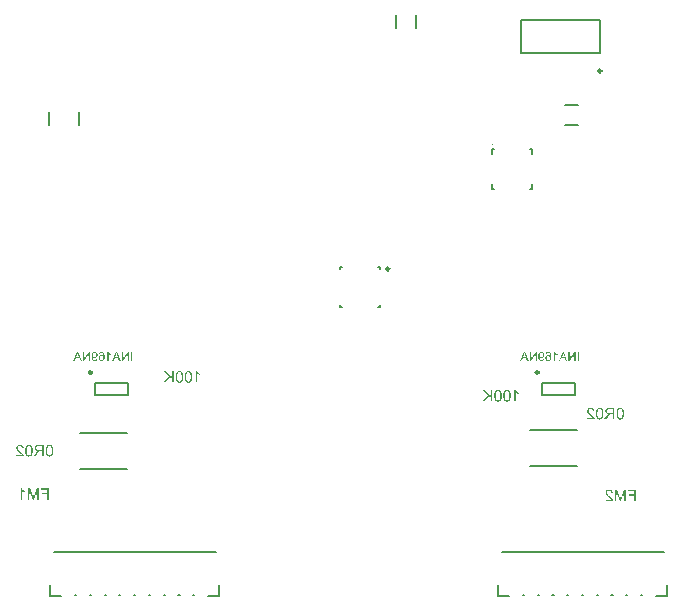
<source format=gbo>
G04*
G04 #@! TF.GenerationSoftware,Altium Limited,Altium NEXUS,1.1.9 (86)*
G04*
G04 Layer_Color=32896*
%FSLAX24Y24*%
%MOIN*%
G70*
G01*
G75*
%ADD11C,0.0098*%
%ADD12C,0.0079*%
%ADD97C,0.0039*%
%ADD98C,0.0060*%
G36*
X-8342Y7599D02*
X-8337Y7592D01*
X-8332Y7585D01*
X-8326Y7579D01*
X-8321Y7574D01*
X-8317Y7569D01*
X-8316Y7568D01*
X-8314Y7567D01*
X-8314Y7566D01*
X-8313Y7566D01*
X-8304Y7558D01*
X-8295Y7551D01*
X-8286Y7545D01*
X-8278Y7540D01*
X-8270Y7536D01*
X-8267Y7534D01*
X-8264Y7533D01*
X-8262Y7532D01*
X-8260Y7531D01*
X-8260Y7530D01*
X-8259D01*
Y7494D01*
X-8266Y7497D01*
X-8272Y7500D01*
X-8279Y7503D01*
X-8285Y7506D01*
X-8290Y7509D01*
X-8295Y7511D01*
X-8297Y7513D01*
X-8298Y7513D01*
X-8298D01*
X-8306Y7518D01*
X-8313Y7523D01*
X-8319Y7527D01*
X-8324Y7531D01*
X-8328Y7534D01*
X-8331Y7537D01*
X-8333Y7539D01*
X-8333Y7539D01*
Y7303D01*
X-8371D01*
Y7606D01*
X-8347D01*
X-8342Y7599D01*
D02*
G37*
G36*
X-8564Y7606D02*
X-8556Y7605D01*
X-8548Y7603D01*
X-8541Y7601D01*
X-8534Y7598D01*
X-8528Y7595D01*
X-8522Y7592D01*
X-8517Y7589D01*
X-8512Y7586D01*
X-8508Y7582D01*
X-8504Y7580D01*
X-8502Y7577D01*
X-8500Y7574D01*
X-8498Y7573D01*
X-8497Y7572D01*
X-8496Y7571D01*
X-8491Y7563D01*
X-8486Y7554D01*
X-8482Y7545D01*
X-8478Y7535D01*
X-8475Y7524D01*
X-8472Y7514D01*
X-8470Y7503D01*
X-8468Y7493D01*
X-8467Y7483D01*
X-8466Y7473D01*
X-8465Y7465D01*
X-8465Y7458D01*
Y7452D01*
X-8464Y7448D01*
Y7446D01*
Y7445D01*
Y7444D01*
Y7444D01*
X-8465Y7430D01*
X-8465Y7417D01*
X-8467Y7404D01*
X-8469Y7393D01*
X-8471Y7383D01*
X-8473Y7374D01*
X-8476Y7366D01*
X-8479Y7358D01*
X-8482Y7352D01*
X-8484Y7346D01*
X-8486Y7342D01*
X-8489Y7338D01*
X-8491Y7335D01*
X-8492Y7333D01*
X-8493Y7332D01*
X-8493Y7331D01*
X-8499Y7325D01*
X-8505Y7320D01*
X-8511Y7316D01*
X-8517Y7312D01*
X-8524Y7308D01*
X-8530Y7306D01*
X-8536Y7303D01*
X-8542Y7302D01*
X-8548Y7300D01*
X-8553Y7299D01*
X-8557Y7298D01*
X-8561Y7298D01*
X-8565D01*
X-8567Y7297D01*
X-8569D01*
X-8579Y7298D01*
X-8588Y7300D01*
X-8597Y7301D01*
X-8604Y7304D01*
X-8610Y7306D01*
X-8614Y7308D01*
X-8616Y7309D01*
X-8617Y7310D01*
X-8618Y7310D01*
X-8618D01*
X-8625Y7315D01*
X-8632Y7321D01*
X-8638Y7328D01*
X-8643Y7334D01*
X-8647Y7339D01*
X-8649Y7344D01*
X-8650Y7345D01*
X-8651Y7347D01*
X-8652Y7347D01*
Y7348D01*
X-8656Y7357D01*
X-8659Y7366D01*
X-8661Y7375D01*
X-8663Y7383D01*
X-8664Y7390D01*
Y7393D01*
X-8664Y7396D01*
Y7398D01*
Y7399D01*
Y7400D01*
Y7400D01*
X-8664Y7408D01*
X-8663Y7416D01*
X-8662Y7423D01*
X-8660Y7430D01*
X-8658Y7436D01*
X-8656Y7442D01*
X-8654Y7447D01*
X-8651Y7452D01*
X-8649Y7456D01*
X-8646Y7460D01*
X-8644Y7463D01*
X-8642Y7466D01*
X-8641Y7469D01*
X-8639Y7470D01*
X-8638Y7471D01*
X-8638Y7471D01*
X-8633Y7476D01*
X-8628Y7480D01*
X-8622Y7484D01*
X-8617Y7487D01*
X-8612Y7490D01*
X-8607Y7492D01*
X-8597Y7495D01*
X-8592Y7497D01*
X-8588Y7498D01*
X-8584Y7498D01*
X-8581Y7498D01*
X-8578Y7499D01*
X-8575D01*
X-8567Y7498D01*
X-8559Y7497D01*
X-8552Y7496D01*
X-8546Y7494D01*
X-8541Y7492D01*
X-8537Y7491D01*
X-8535Y7489D01*
X-8534Y7489D01*
X-8534D01*
X-8527Y7484D01*
X-8521Y7480D01*
X-8515Y7475D01*
X-8510Y7470D01*
X-8507Y7465D01*
X-8503Y7462D01*
X-8502Y7459D01*
X-8501Y7459D01*
Y7466D01*
X-8502Y7474D01*
X-8502Y7481D01*
X-8503Y7488D01*
X-8503Y7494D01*
X-8504Y7500D01*
X-8505Y7505D01*
X-8507Y7510D01*
X-8507Y7515D01*
X-8508Y7518D01*
X-8509Y7521D01*
X-8510Y7524D01*
X-8510Y7525D01*
X-8511Y7527D01*
X-8511Y7528D01*
Y7528D01*
X-8516Y7537D01*
X-8520Y7545D01*
X-8525Y7551D01*
X-8529Y7556D01*
X-8533Y7560D01*
X-8536Y7563D01*
X-8538Y7565D01*
X-8539Y7566D01*
X-8545Y7569D01*
X-8550Y7571D01*
X-8555Y7573D01*
X-8560Y7574D01*
X-8564Y7575D01*
X-8568Y7576D01*
X-8571D01*
X-8579Y7575D01*
X-8586Y7573D01*
X-8592Y7570D01*
X-8598Y7568D01*
X-8602Y7565D01*
X-8605Y7562D01*
X-8607Y7560D01*
X-8608Y7560D01*
X-8611Y7556D01*
X-8614Y7551D01*
X-8617Y7546D01*
X-8618Y7540D01*
X-8620Y7536D01*
X-8621Y7532D01*
X-8622Y7529D01*
X-8622Y7529D01*
Y7528D01*
X-8659Y7531D01*
X-8657Y7543D01*
X-8653Y7554D01*
X-8649Y7564D01*
X-8644Y7572D01*
X-8639Y7578D01*
X-8637Y7581D01*
X-8635Y7583D01*
X-8634Y7584D01*
X-8632Y7585D01*
X-8632Y7586D01*
X-8632Y7586D01*
X-8627Y7590D01*
X-8622Y7593D01*
X-8613Y7598D01*
X-8603Y7602D01*
X-8594Y7604D01*
X-8586Y7605D01*
X-8582Y7606D01*
X-8579D01*
X-8576Y7606D01*
X-8573D01*
X-8564Y7606D01*
D02*
G37*
G36*
X-8788D02*
X-8781Y7605D01*
X-8774Y7604D01*
X-8768Y7602D01*
X-8756Y7597D01*
X-8751Y7595D01*
X-8747Y7592D01*
X-8743Y7589D01*
X-8739Y7587D01*
X-8736Y7584D01*
X-8733Y7582D01*
X-8731Y7581D01*
X-8729Y7579D01*
X-8729Y7578D01*
X-8728Y7578D01*
X-8723Y7573D01*
X-8719Y7567D01*
X-8715Y7561D01*
X-8712Y7555D01*
X-8710Y7548D01*
X-8708Y7542D01*
X-8704Y7531D01*
X-8703Y7525D01*
X-8702Y7520D01*
X-8702Y7515D01*
X-8701Y7511D01*
X-8701Y7508D01*
Y7506D01*
Y7504D01*
Y7504D01*
X-8701Y7496D01*
X-8702Y7488D01*
X-8703Y7481D01*
X-8705Y7474D01*
X-8707Y7468D01*
X-8709Y7462D01*
X-8711Y7456D01*
X-8714Y7452D01*
X-8716Y7447D01*
X-8718Y7443D01*
X-8721Y7440D01*
X-8723Y7437D01*
X-8725Y7435D01*
X-8725Y7434D01*
X-8726Y7433D01*
X-8727Y7432D01*
X-8732Y7428D01*
X-8737Y7424D01*
X-8742Y7420D01*
X-8748Y7417D01*
X-8753Y7414D01*
X-8758Y7412D01*
X-8768Y7409D01*
X-8773Y7407D01*
X-8777Y7407D01*
X-8781Y7406D01*
X-8784Y7406D01*
X-8787Y7405D01*
X-8790D01*
X-8798Y7406D01*
X-8806Y7407D01*
X-8813Y7409D01*
X-8820Y7411D01*
X-8825Y7413D01*
X-8829Y7414D01*
X-8831Y7416D01*
X-8832Y7416D01*
X-8839Y7421D01*
X-8845Y7425D01*
X-8850Y7430D01*
X-8855Y7435D01*
X-8858Y7439D01*
X-8860Y7442D01*
X-8862Y7444D01*
X-8863Y7445D01*
Y7442D01*
Y7439D01*
Y7438D01*
Y7438D01*
X-8862Y7429D01*
X-8862Y7421D01*
X-8861Y7413D01*
X-8860Y7406D01*
X-8859Y7400D01*
X-8858Y7396D01*
X-8857Y7394D01*
Y7393D01*
X-8857Y7393D01*
Y7392D01*
X-8855Y7384D01*
X-8853Y7377D01*
X-8850Y7371D01*
X-8848Y7366D01*
X-8847Y7362D01*
X-8845Y7359D01*
X-8844Y7357D01*
X-8843Y7356D01*
X-8840Y7352D01*
X-8836Y7348D01*
X-8833Y7344D01*
X-8829Y7341D01*
X-8827Y7338D01*
X-8824Y7337D01*
X-8822Y7336D01*
X-8822Y7335D01*
X-8817Y7333D01*
X-8812Y7331D01*
X-8807Y7330D01*
X-8802Y7329D01*
X-8798Y7328D01*
X-8795Y7328D01*
X-8792D01*
X-8785Y7328D01*
X-8779Y7330D01*
X-8773Y7331D01*
X-8768Y7334D01*
X-8765Y7335D01*
X-8762Y7337D01*
X-8760Y7338D01*
X-8760Y7339D01*
X-8755Y7344D01*
X-8752Y7349D01*
X-8749Y7355D01*
X-8746Y7362D01*
X-8745Y7367D01*
X-8743Y7372D01*
X-8743Y7373D01*
Y7374D01*
X-8743Y7375D01*
Y7376D01*
X-8707Y7373D01*
X-8709Y7360D01*
X-8713Y7349D01*
X-8717Y7339D01*
X-8722Y7331D01*
X-8726Y7325D01*
X-8728Y7323D01*
X-8730Y7321D01*
X-8731Y7319D01*
X-8732Y7318D01*
X-8733Y7317D01*
X-8733Y7317D01*
X-8738Y7314D01*
X-8743Y7310D01*
X-8752Y7306D01*
X-8762Y7302D01*
X-8771Y7300D01*
X-8779Y7298D01*
X-8783Y7298D01*
X-8786D01*
X-8788Y7297D01*
X-8791D01*
X-8804Y7298D01*
X-8815Y7300D01*
X-8825Y7303D01*
X-8833Y7307D01*
X-8836Y7308D01*
X-8840Y7310D01*
X-8843Y7311D01*
X-8845Y7313D01*
X-8847Y7314D01*
X-8848Y7314D01*
X-8849Y7315D01*
X-8850D01*
X-8858Y7323D01*
X-8866Y7331D01*
X-8872Y7340D01*
X-8878Y7348D01*
X-8882Y7355D01*
X-8884Y7359D01*
X-8885Y7362D01*
X-8886Y7364D01*
X-8887Y7366D01*
X-8887Y7367D01*
Y7367D01*
X-8889Y7374D01*
X-8892Y7381D01*
X-8895Y7396D01*
X-8897Y7412D01*
X-8898Y7427D01*
X-8899Y7433D01*
X-8899Y7440D01*
Y7445D01*
X-8900Y7450D01*
Y7454D01*
Y7457D01*
Y7459D01*
Y7460D01*
Y7470D01*
X-8899Y7480D01*
X-8899Y7488D01*
X-8898Y7497D01*
X-8897Y7504D01*
X-8896Y7511D01*
X-8895Y7518D01*
X-8893Y7523D01*
X-8892Y7528D01*
X-8891Y7532D01*
X-8890Y7536D01*
X-8889Y7539D01*
X-8888Y7542D01*
X-8887Y7543D01*
X-8887Y7544D01*
Y7545D01*
X-8881Y7555D01*
X-8876Y7564D01*
X-8869Y7572D01*
X-8864Y7579D01*
X-8858Y7584D01*
X-8854Y7587D01*
X-8852Y7588D01*
X-8850Y7589D01*
X-8850Y7590D01*
X-8850D01*
X-8840Y7595D01*
X-8831Y7599D01*
X-8822Y7602D01*
X-8814Y7604D01*
X-8806Y7605D01*
X-8803Y7606D01*
X-8801D01*
X-8799Y7606D01*
X-8796D01*
X-8788Y7606D01*
D02*
G37*
G36*
X-7659Y7303D02*
X-7697D01*
Y7540D01*
X-7855Y7303D01*
X-7897D01*
Y7605D01*
X-7858D01*
Y7367D01*
X-7700Y7605D01*
X-7659D01*
Y7303D01*
D02*
G37*
G36*
X-8951D02*
X-8989D01*
Y7540D01*
X-9148Y7303D01*
X-9189D01*
Y7605D01*
X-9151D01*
Y7367D01*
X-8992Y7605D01*
X-8951D01*
Y7303D01*
D02*
G37*
G36*
X-7548D02*
X-7588D01*
Y7605D01*
X-7548D01*
Y7303D01*
D02*
G37*
G36*
X-7931D02*
X-7973D01*
X-8006Y7394D01*
X-8133D01*
X-8168Y7303D01*
X-8214D01*
X-8090Y7605D01*
X-8046D01*
X-7931Y7303D01*
D02*
G37*
G36*
X-9223D02*
X-9266D01*
X-9298Y7394D01*
X-9425D01*
X-9460Y7303D01*
X-9506D01*
X-9382Y7605D01*
X-9339D01*
X-9223Y7303D01*
D02*
G37*
G36*
X6549Y7599D02*
X6554Y7592D01*
X6559Y7585D01*
X6564Y7579D01*
X6570Y7574D01*
X6574Y7569D01*
X6575Y7568D01*
X6577Y7567D01*
X6577Y7566D01*
X6578Y7566D01*
X6587Y7558D01*
X6596Y7551D01*
X6605Y7545D01*
X6613Y7540D01*
X6621Y7536D01*
X6624Y7534D01*
X6626Y7533D01*
X6629Y7532D01*
X6630Y7531D01*
X6631Y7530D01*
X6632D01*
Y7494D01*
X6625Y7497D01*
X6619Y7500D01*
X6612Y7503D01*
X6606Y7506D01*
X6601Y7509D01*
X6596Y7511D01*
X6594Y7513D01*
X6593Y7513D01*
X6593D01*
X6585Y7518D01*
X6578Y7523D01*
X6572Y7527D01*
X6567Y7531D01*
X6563Y7534D01*
X6560Y7537D01*
X6558Y7539D01*
X6557Y7539D01*
Y7303D01*
X6520D01*
Y7606D01*
X6544D01*
X6549Y7599D01*
D02*
G37*
G36*
X6327Y7606D02*
X6335Y7605D01*
X6343Y7603D01*
X6350Y7601D01*
X6357Y7598D01*
X6363Y7595D01*
X6369Y7592D01*
X6374Y7589D01*
X6379Y7586D01*
X6383Y7582D01*
X6387Y7580D01*
X6389Y7577D01*
X6391Y7574D01*
X6393Y7573D01*
X6394Y7572D01*
X6394Y7571D01*
X6400Y7563D01*
X6405Y7554D01*
X6409Y7545D01*
X6413Y7535D01*
X6416Y7524D01*
X6419Y7514D01*
X6421Y7503D01*
X6423Y7493D01*
X6424Y7483D01*
X6425Y7473D01*
X6426Y7465D01*
X6426Y7458D01*
Y7452D01*
X6427Y7448D01*
Y7446D01*
Y7445D01*
Y7444D01*
Y7444D01*
X6426Y7430D01*
X6425Y7417D01*
X6424Y7404D01*
X6422Y7393D01*
X6420Y7383D01*
X6418Y7374D01*
X6415Y7366D01*
X6412Y7358D01*
X6409Y7352D01*
X6407Y7346D01*
X6405Y7342D01*
X6402Y7338D01*
X6400Y7335D01*
X6399Y7333D01*
X6398Y7332D01*
X6398Y7331D01*
X6392Y7325D01*
X6386Y7320D01*
X6380Y7316D01*
X6373Y7312D01*
X6367Y7308D01*
X6361Y7306D01*
X6355Y7303D01*
X6349Y7302D01*
X6343Y7300D01*
X6338Y7299D01*
X6334Y7298D01*
X6330Y7298D01*
X6326D01*
X6324Y7297D01*
X6322D01*
X6312Y7298D01*
X6303Y7300D01*
X6294Y7301D01*
X6287Y7304D01*
X6281Y7306D01*
X6277Y7308D01*
X6275Y7309D01*
X6274Y7310D01*
X6273Y7310D01*
X6273D01*
X6266Y7315D01*
X6259Y7321D01*
X6253Y7328D01*
X6248Y7334D01*
X6244Y7339D01*
X6241Y7344D01*
X6241Y7345D01*
X6240Y7347D01*
X6239Y7347D01*
Y7348D01*
X6235Y7357D01*
X6232Y7366D01*
X6230Y7375D01*
X6228Y7383D01*
X6227Y7390D01*
Y7393D01*
X6227Y7396D01*
Y7398D01*
Y7399D01*
Y7400D01*
Y7400D01*
X6227Y7408D01*
X6228Y7416D01*
X6229Y7423D01*
X6231Y7430D01*
X6233Y7436D01*
X6235Y7442D01*
X6237Y7447D01*
X6240Y7452D01*
X6242Y7456D01*
X6245Y7460D01*
X6247Y7463D01*
X6249Y7466D01*
X6250Y7469D01*
X6252Y7470D01*
X6252Y7471D01*
X6253Y7471D01*
X6258Y7476D01*
X6263Y7480D01*
X6269Y7484D01*
X6274Y7487D01*
X6279Y7490D01*
X6284Y7492D01*
X6294Y7495D01*
X6299Y7497D01*
X6303Y7498D01*
X6307Y7498D01*
X6310Y7498D01*
X6313Y7499D01*
X6316D01*
X6324Y7498D01*
X6332Y7497D01*
X6339Y7496D01*
X6345Y7494D01*
X6350Y7492D01*
X6354Y7491D01*
X6356Y7489D01*
X6357Y7489D01*
X6357D01*
X6364Y7484D01*
X6370Y7480D01*
X6376Y7475D01*
X6380Y7470D01*
X6384Y7465D01*
X6387Y7462D01*
X6389Y7459D01*
X6390Y7459D01*
Y7466D01*
X6389Y7474D01*
X6389Y7481D01*
X6388Y7488D01*
X6387Y7494D01*
X6387Y7500D01*
X6386Y7505D01*
X6384Y7510D01*
X6384Y7515D01*
X6383Y7518D01*
X6382Y7521D01*
X6381Y7524D01*
X6380Y7525D01*
X6380Y7527D01*
X6380Y7528D01*
Y7528D01*
X6375Y7537D01*
X6371Y7545D01*
X6366Y7551D01*
X6362Y7556D01*
X6358Y7560D01*
X6355Y7563D01*
X6352Y7565D01*
X6352Y7566D01*
X6346Y7569D01*
X6341Y7571D01*
X6336Y7573D01*
X6331Y7574D01*
X6327Y7575D01*
X6323Y7576D01*
X6320D01*
X6312Y7575D01*
X6305Y7573D01*
X6299Y7570D01*
X6293Y7568D01*
X6289Y7565D01*
X6286Y7562D01*
X6284Y7560D01*
X6283Y7560D01*
X6280Y7556D01*
X6277Y7551D01*
X6274Y7546D01*
X6273Y7540D01*
X6271Y7536D01*
X6269Y7532D01*
X6269Y7529D01*
X6269Y7529D01*
Y7528D01*
X6231Y7531D01*
X6234Y7543D01*
X6238Y7554D01*
X6242Y7564D01*
X6247Y7572D01*
X6252Y7578D01*
X6254Y7581D01*
X6256Y7583D01*
X6257Y7584D01*
X6259Y7585D01*
X6259Y7586D01*
X6259Y7586D01*
X6264Y7590D01*
X6269Y7593D01*
X6278Y7598D01*
X6288Y7602D01*
X6297Y7604D01*
X6305Y7605D01*
X6309Y7606D01*
X6312D01*
X6314Y7606D01*
X6318D01*
X6327Y7606D01*
D02*
G37*
G36*
X6103D02*
X6110Y7605D01*
X6117Y7604D01*
X6123Y7602D01*
X6134Y7597D01*
X6140Y7595D01*
X6144Y7592D01*
X6148Y7589D01*
X6152Y7587D01*
X6155Y7584D01*
X6158Y7582D01*
X6160Y7581D01*
X6162Y7579D01*
X6162Y7578D01*
X6163Y7578D01*
X6168Y7573D01*
X6172Y7567D01*
X6176Y7561D01*
X6179Y7555D01*
X6181Y7548D01*
X6183Y7542D01*
X6186Y7531D01*
X6188Y7525D01*
X6189Y7520D01*
X6189Y7515D01*
X6190Y7511D01*
X6190Y7508D01*
Y7506D01*
Y7504D01*
Y7504D01*
X6190Y7496D01*
X6189Y7488D01*
X6188Y7481D01*
X6186Y7474D01*
X6184Y7468D01*
X6182Y7462D01*
X6179Y7456D01*
X6177Y7452D01*
X6175Y7447D01*
X6172Y7443D01*
X6170Y7440D01*
X6168Y7437D01*
X6166Y7435D01*
X6165Y7434D01*
X6165Y7433D01*
X6164Y7432D01*
X6159Y7428D01*
X6154Y7424D01*
X6149Y7420D01*
X6143Y7417D01*
X6138Y7414D01*
X6133Y7412D01*
X6123Y7409D01*
X6118Y7407D01*
X6114Y7407D01*
X6110Y7406D01*
X6107Y7406D01*
X6104Y7405D01*
X6101D01*
X6092Y7406D01*
X6085Y7407D01*
X6078Y7409D01*
X6071Y7411D01*
X6066Y7413D01*
X6062Y7414D01*
X6060Y7416D01*
X6059Y7416D01*
X6052Y7421D01*
X6046Y7425D01*
X6040Y7430D01*
X6036Y7435D01*
X6033Y7439D01*
X6030Y7442D01*
X6029Y7444D01*
X6028Y7445D01*
Y7442D01*
Y7439D01*
Y7438D01*
Y7438D01*
X6029Y7429D01*
X6029Y7421D01*
X6030Y7413D01*
X6031Y7406D01*
X6032Y7400D01*
X6033Y7396D01*
X6033Y7394D01*
Y7393D01*
X6034Y7393D01*
Y7392D01*
X6036Y7384D01*
X6038Y7377D01*
X6040Y7371D01*
X6043Y7366D01*
X6044Y7362D01*
X6046Y7359D01*
X6047Y7357D01*
X6047Y7356D01*
X6051Y7352D01*
X6054Y7348D01*
X6058Y7344D01*
X6061Y7341D01*
X6064Y7338D01*
X6067Y7337D01*
X6068Y7336D01*
X6069Y7335D01*
X6074Y7333D01*
X6079Y7331D01*
X6084Y7330D01*
X6089Y7329D01*
X6092Y7328D01*
X6096Y7328D01*
X6099D01*
X6106Y7328D01*
X6112Y7330D01*
X6118Y7331D01*
X6123Y7334D01*
X6126Y7335D01*
X6129Y7337D01*
X6131Y7338D01*
X6131Y7339D01*
X6136Y7344D01*
X6139Y7349D01*
X6142Y7355D01*
X6144Y7362D01*
X6146Y7367D01*
X6148Y7372D01*
X6148Y7373D01*
Y7374D01*
X6148Y7375D01*
Y7376D01*
X6184Y7373D01*
X6182Y7360D01*
X6178Y7349D01*
X6174Y7339D01*
X6169Y7331D01*
X6165Y7325D01*
X6163Y7323D01*
X6161Y7321D01*
X6160Y7319D01*
X6158Y7318D01*
X6158Y7317D01*
X6158Y7317D01*
X6153Y7314D01*
X6148Y7310D01*
X6139Y7306D01*
X6129Y7302D01*
X6120Y7300D01*
X6112Y7298D01*
X6108Y7298D01*
X6105D01*
X6103Y7297D01*
X6099D01*
X6087Y7298D01*
X6076Y7300D01*
X6066Y7303D01*
X6058Y7307D01*
X6054Y7308D01*
X6051Y7310D01*
X6048Y7311D01*
X6046Y7313D01*
X6044Y7314D01*
X6043Y7314D01*
X6042Y7315D01*
X6041D01*
X6033Y7323D01*
X6025Y7331D01*
X6019Y7340D01*
X6013Y7348D01*
X6009Y7355D01*
X6007Y7359D01*
X6006Y7362D01*
X6005Y7364D01*
X6004Y7366D01*
X6004Y7367D01*
Y7367D01*
X6002Y7374D01*
X5999Y7381D01*
X5996Y7396D01*
X5994Y7412D01*
X5993Y7427D01*
X5992Y7433D01*
X5992Y7440D01*
Y7445D01*
X5991Y7450D01*
Y7454D01*
Y7457D01*
Y7459D01*
Y7460D01*
Y7470D01*
X5992Y7480D01*
X5992Y7488D01*
X5993Y7497D01*
X5994Y7504D01*
X5995Y7511D01*
X5996Y7518D01*
X5998Y7523D01*
X5999Y7528D01*
X6000Y7532D01*
X6001Y7536D01*
X6002Y7539D01*
X6003Y7542D01*
X6004Y7543D01*
X6004Y7544D01*
Y7545D01*
X6009Y7555D01*
X6015Y7564D01*
X6022Y7572D01*
X6027Y7579D01*
X6033Y7584D01*
X6037Y7587D01*
X6039Y7588D01*
X6040Y7589D01*
X6041Y7590D01*
X6041D01*
X6051Y7595D01*
X6060Y7599D01*
X6069Y7602D01*
X6077Y7604D01*
X6085Y7605D01*
X6088Y7606D01*
X6090D01*
X6092Y7606D01*
X6095D01*
X6103Y7606D01*
D02*
G37*
G36*
X7232Y7303D02*
X7194D01*
Y7540D01*
X7036Y7303D01*
X6994D01*
Y7605D01*
X7032D01*
Y7367D01*
X7191Y7605D01*
X7232D01*
Y7303D01*
D02*
G37*
G36*
X5940D02*
X5902D01*
Y7540D01*
X5743Y7303D01*
X5702D01*
Y7605D01*
X5740D01*
Y7367D01*
X5899Y7605D01*
X5940D01*
Y7303D01*
D02*
G37*
G36*
X7343D02*
X7303D01*
Y7605D01*
X7343D01*
Y7303D01*
D02*
G37*
G36*
X6960D02*
X6918D01*
X6885Y7394D01*
X6758D01*
X6723Y7303D01*
X6677D01*
X6801Y7605D01*
X6845D01*
X6960Y7303D01*
D02*
G37*
G36*
X5668D02*
X5625D01*
X5593Y7394D01*
X5466D01*
X5430Y7303D01*
X5385D01*
X5509Y7605D01*
X5552D01*
X5668Y7303D01*
D02*
G37*
G36*
X5229Y6331D02*
X5235Y6322D01*
X5243Y6313D01*
X5249Y6305D01*
X5256Y6299D01*
X5261Y6293D01*
X5263Y6292D01*
X5265Y6290D01*
X5265Y6289D01*
X5266Y6289D01*
X5277Y6279D01*
X5289Y6271D01*
X5300Y6263D01*
X5311Y6257D01*
X5321Y6251D01*
X5325Y6249D01*
X5328Y6247D01*
X5331Y6246D01*
X5333Y6245D01*
X5334Y6244D01*
X5335D01*
Y6198D01*
X5326Y6202D01*
X5318Y6206D01*
X5310Y6209D01*
X5302Y6213D01*
X5295Y6217D01*
X5290Y6219D01*
X5286Y6222D01*
X5286Y6222D01*
X5285D01*
X5275Y6228D01*
X5266Y6234D01*
X5259Y6240D01*
X5253Y6245D01*
X5247Y6249D01*
X5244Y6252D01*
X5241Y6254D01*
X5240Y6255D01*
Y5955D01*
X5193D01*
Y6340D01*
X5224D01*
X5229Y6331D01*
D02*
G37*
G36*
X4458Y5955D02*
X4407D01*
Y6088D01*
X4344Y6148D01*
X4207Y5955D01*
X4140D01*
X4308Y6183D01*
X4148Y6339D01*
X4217D01*
X4407Y6148D01*
Y6339D01*
X4458D01*
Y5955D01*
D02*
G37*
G36*
X4962Y6339D02*
X4976Y6337D01*
X4987Y6333D01*
X4997Y6329D01*
X5006Y6325D01*
X5009Y6323D01*
X5012Y6321D01*
X5014Y6320D01*
X5016Y6319D01*
X5016Y6318D01*
X5017D01*
X5027Y6309D01*
X5035Y6298D01*
X5042Y6288D01*
X5048Y6278D01*
X5052Y6268D01*
X5054Y6264D01*
X5055Y6261D01*
X5057Y6258D01*
X5058Y6256D01*
X5058Y6254D01*
Y6254D01*
X5060Y6246D01*
X5063Y6237D01*
X5066Y6219D01*
X5069Y6201D01*
X5070Y6183D01*
X5071Y6175D01*
X5072Y6168D01*
Y6161D01*
X5072Y6155D01*
Y6151D01*
Y6147D01*
Y6145D01*
Y6144D01*
X5072Y6125D01*
X5070Y6106D01*
X5069Y6090D01*
X5066Y6074D01*
X5063Y6060D01*
X5060Y6047D01*
X5057Y6035D01*
X5053Y6025D01*
X5050Y6016D01*
X5046Y6009D01*
X5043Y6002D01*
X5041Y5997D01*
X5038Y5992D01*
X5036Y5990D01*
X5035Y5988D01*
X5034Y5987D01*
X5028Y5981D01*
X5022Y5975D01*
X5014Y5969D01*
X5007Y5965D01*
X5000Y5961D01*
X4993Y5957D01*
X4986Y5955D01*
X4979Y5953D01*
X4972Y5951D01*
X4966Y5950D01*
X4961Y5949D01*
X4956Y5949D01*
X4952Y5948D01*
X4947D01*
X4932Y5949D01*
X4918Y5951D01*
X4906Y5955D01*
X4896Y5959D01*
X4888Y5963D01*
X4885Y5965D01*
X4882Y5967D01*
X4880Y5968D01*
X4878Y5969D01*
X4878Y5970D01*
X4877D01*
X4867Y5980D01*
X4859Y5990D01*
X4852Y6001D01*
X4846Y6011D01*
X4842Y6020D01*
X4840Y6024D01*
X4838Y6028D01*
X4837Y6031D01*
X4836Y6033D01*
X4836Y6034D01*
Y6035D01*
X4833Y6043D01*
X4831Y6051D01*
X4827Y6069D01*
X4825Y6087D01*
X4823Y6105D01*
X4822Y6113D01*
X4822Y6120D01*
Y6127D01*
X4821Y6133D01*
Y6137D01*
Y6141D01*
Y6143D01*
Y6144D01*
Y6155D01*
X4822Y6165D01*
Y6173D01*
X4822Y6182D01*
X4823Y6190D01*
X4824Y6198D01*
X4825Y6204D01*
X4826Y6211D01*
X4826Y6216D01*
X4827Y6221D01*
X4828Y6225D01*
X4828Y6228D01*
X4829Y6231D01*
X4830Y6233D01*
X4830Y6234D01*
Y6234D01*
X4833Y6247D01*
X4837Y6258D01*
X4842Y6267D01*
X4845Y6276D01*
X4849Y6283D01*
X4851Y6288D01*
X4853Y6291D01*
X4854Y6292D01*
X4860Y6300D01*
X4866Y6307D01*
X4873Y6313D01*
X4879Y6319D01*
X4885Y6323D01*
X4889Y6325D01*
X4892Y6327D01*
X4892Y6328D01*
X4893D01*
X4902Y6332D01*
X4911Y6335D01*
X4920Y6337D01*
X4928Y6339D01*
X4936Y6340D01*
X4942Y6340D01*
X4947D01*
X4962Y6339D01*
D02*
G37*
G36*
X4663D02*
X4677Y6337D01*
X4689Y6333D01*
X4699Y6329D01*
X4707Y6325D01*
X4710Y6323D01*
X4713Y6321D01*
X4715Y6320D01*
X4717Y6319D01*
X4717Y6318D01*
X4718D01*
X4728Y6309D01*
X4736Y6298D01*
X4744Y6288D01*
X4749Y6278D01*
X4754Y6268D01*
X4756Y6264D01*
X4757Y6261D01*
X4758Y6258D01*
X4759Y6256D01*
X4760Y6254D01*
Y6254D01*
X4762Y6246D01*
X4764Y6237D01*
X4767Y6219D01*
X4770Y6201D01*
X4772Y6183D01*
X4772Y6175D01*
X4773Y6168D01*
Y6161D01*
X4774Y6155D01*
Y6151D01*
Y6147D01*
Y6145D01*
Y6144D01*
X4773Y6125D01*
X4772Y6106D01*
X4770Y6090D01*
X4767Y6074D01*
X4765Y6060D01*
X4761Y6047D01*
X4758Y6035D01*
X4755Y6025D01*
X4751Y6016D01*
X4747Y6009D01*
X4745Y6002D01*
X4742Y5997D01*
X4739Y5992D01*
X4737Y5990D01*
X4736Y5988D01*
X4736Y5987D01*
X4730Y5981D01*
X4723Y5975D01*
X4716Y5969D01*
X4709Y5965D01*
X4701Y5961D01*
X4694Y5957D01*
X4687Y5955D01*
X4680Y5953D01*
X4674Y5951D01*
X4668Y5950D01*
X4662Y5949D01*
X4658Y5949D01*
X4654Y5948D01*
X4648D01*
X4633Y5949D01*
X4619Y5951D01*
X4608Y5955D01*
X4598Y5959D01*
X4589Y5963D01*
X4587Y5965D01*
X4584Y5967D01*
X4582Y5968D01*
X4580Y5969D01*
X4579Y5970D01*
X4579D01*
X4569Y5980D01*
X4560Y5990D01*
X4553Y6001D01*
X4548Y6011D01*
X4543Y6020D01*
X4541Y6024D01*
X4540Y6028D01*
X4539Y6031D01*
X4538Y6033D01*
X4537Y6034D01*
Y6035D01*
X4534Y6043D01*
X4532Y6051D01*
X4529Y6069D01*
X4526Y6087D01*
X4524Y6105D01*
X4524Y6113D01*
X4523Y6120D01*
Y6127D01*
X4523Y6133D01*
Y6137D01*
Y6141D01*
Y6143D01*
Y6144D01*
Y6155D01*
X4523Y6165D01*
Y6173D01*
X4524Y6182D01*
X4525Y6190D01*
X4525Y6198D01*
X4526Y6204D01*
X4527Y6211D01*
X4528Y6216D01*
X4529Y6221D01*
X4529Y6225D01*
X4530Y6228D01*
X4530Y6231D01*
X4531Y6233D01*
X4532Y6234D01*
Y6234D01*
X4535Y6247D01*
X4539Y6258D01*
X4543Y6267D01*
X4547Y6276D01*
X4550Y6283D01*
X4553Y6288D01*
X4555Y6291D01*
X4555Y6292D01*
X4562Y6300D01*
X4568Y6307D01*
X4574Y6313D01*
X4580Y6319D01*
X4586Y6323D01*
X4590Y6325D01*
X4593Y6327D01*
X4594Y6328D01*
X4594D01*
X4603Y6332D01*
X4613Y6335D01*
X4621Y6337D01*
X4630Y6339D01*
X4637Y6340D01*
X4643Y6340D01*
X4648D01*
X4663Y6339D01*
D02*
G37*
G36*
X-5391Y6961D02*
X-5385Y6952D01*
X-5378Y6943D01*
X-5371Y6935D01*
X-5364Y6929D01*
X-5359Y6923D01*
X-5357Y6922D01*
X-5355Y6920D01*
X-5355Y6919D01*
X-5354Y6919D01*
X-5343Y6909D01*
X-5331Y6900D01*
X-5320Y6893D01*
X-5309Y6887D01*
X-5299Y6881D01*
X-5295Y6879D01*
X-5292Y6877D01*
X-5289Y6875D01*
X-5287Y6875D01*
X-5286Y6874D01*
X-5285D01*
Y6828D01*
X-5294Y6832D01*
X-5302Y6836D01*
X-5310Y6839D01*
X-5318Y6843D01*
X-5325Y6847D01*
X-5330Y6849D01*
X-5334Y6852D01*
X-5334Y6852D01*
X-5335D01*
X-5345Y6858D01*
X-5354Y6864D01*
X-5361Y6870D01*
X-5368Y6875D01*
X-5373Y6879D01*
X-5376Y6882D01*
X-5379Y6884D01*
X-5380Y6885D01*
Y6585D01*
X-5427D01*
Y6970D01*
X-5396D01*
X-5391Y6961D01*
D02*
G37*
G36*
X-6162Y6585D02*
X-6213D01*
Y6718D01*
X-6276Y6778D01*
X-6413Y6585D01*
X-6480D01*
X-6312Y6813D01*
X-6473Y6969D01*
X-6403D01*
X-6213Y6778D01*
Y6969D01*
X-6162D01*
Y6585D01*
D02*
G37*
G36*
X-5658Y6969D02*
X-5645Y6967D01*
X-5633Y6963D01*
X-5623Y6959D01*
X-5615Y6955D01*
X-5611Y6953D01*
X-5608Y6951D01*
X-5606Y6950D01*
X-5605Y6949D01*
X-5604Y6948D01*
X-5603D01*
X-5593Y6939D01*
X-5585Y6928D01*
X-5578Y6918D01*
X-5572Y6908D01*
X-5568Y6898D01*
X-5566Y6894D01*
X-5565Y6890D01*
X-5563Y6888D01*
X-5562Y6885D01*
X-5562Y6884D01*
Y6884D01*
X-5560Y6875D01*
X-5557Y6867D01*
X-5554Y6849D01*
X-5551Y6831D01*
X-5550Y6813D01*
X-5549Y6805D01*
X-5548Y6798D01*
Y6791D01*
X-5548Y6785D01*
Y6781D01*
Y6777D01*
Y6774D01*
Y6774D01*
X-5548Y6754D01*
X-5550Y6736D01*
X-5551Y6720D01*
X-5554Y6704D01*
X-5557Y6690D01*
X-5560Y6677D01*
X-5563Y6665D01*
X-5567Y6655D01*
X-5570Y6646D01*
X-5574Y6638D01*
X-5577Y6632D01*
X-5580Y6627D01*
X-5582Y6622D01*
X-5584Y6620D01*
X-5585Y6618D01*
X-5586Y6617D01*
X-5592Y6611D01*
X-5598Y6605D01*
X-5606Y6599D01*
X-5613Y6595D01*
X-5620Y6591D01*
X-5627Y6587D01*
X-5635Y6585D01*
X-5641Y6583D01*
X-5648Y6581D01*
X-5654Y6580D01*
X-5659Y6579D01*
X-5664Y6579D01*
X-5668Y6578D01*
X-5673D01*
X-5688Y6579D01*
X-5702Y6581D01*
X-5714Y6585D01*
X-5724Y6589D01*
X-5732Y6593D01*
X-5735Y6595D01*
X-5738Y6597D01*
X-5740Y6598D01*
X-5742Y6599D01*
X-5742Y6600D01*
X-5743D01*
X-5753Y6610D01*
X-5761Y6620D01*
X-5768Y6631D01*
X-5774Y6641D01*
X-5778Y6650D01*
X-5780Y6654D01*
X-5782Y6658D01*
X-5783Y6661D01*
X-5784Y6663D01*
X-5784Y6664D01*
Y6665D01*
X-5787Y6673D01*
X-5789Y6681D01*
X-5793Y6699D01*
X-5795Y6717D01*
X-5797Y6735D01*
X-5798Y6743D01*
X-5798Y6750D01*
Y6757D01*
X-5799Y6763D01*
Y6767D01*
Y6771D01*
Y6773D01*
Y6774D01*
Y6784D01*
X-5798Y6794D01*
Y6803D01*
X-5798Y6812D01*
X-5797Y6820D01*
X-5796Y6828D01*
X-5795Y6834D01*
X-5794Y6841D01*
X-5794Y6846D01*
X-5793Y6851D01*
X-5792Y6855D01*
X-5792Y6858D01*
X-5791Y6861D01*
X-5790Y6863D01*
X-5790Y6864D01*
Y6864D01*
X-5787Y6877D01*
X-5783Y6888D01*
X-5778Y6897D01*
X-5775Y6905D01*
X-5771Y6913D01*
X-5769Y6918D01*
X-5767Y6920D01*
X-5766Y6922D01*
X-5760Y6930D01*
X-5754Y6937D01*
X-5747Y6943D01*
X-5741Y6949D01*
X-5736Y6953D01*
X-5731Y6955D01*
X-5728Y6957D01*
X-5728Y6958D01*
X-5727D01*
X-5718Y6962D01*
X-5709Y6965D01*
X-5700Y6967D01*
X-5692Y6969D01*
X-5684Y6970D01*
X-5678Y6970D01*
X-5673D01*
X-5658Y6969D01*
D02*
G37*
G36*
X-5957D02*
X-5943Y6967D01*
X-5931Y6963D01*
X-5921Y6959D01*
X-5913Y6955D01*
X-5910Y6953D01*
X-5907Y6951D01*
X-5905Y6950D01*
X-5903Y6949D01*
X-5903Y6948D01*
X-5902D01*
X-5892Y6939D01*
X-5884Y6928D01*
X-5877Y6918D01*
X-5871Y6908D01*
X-5867Y6898D01*
X-5864Y6894D01*
X-5863Y6890D01*
X-5862Y6888D01*
X-5861Y6885D01*
X-5860Y6884D01*
Y6884D01*
X-5858Y6875D01*
X-5856Y6867D01*
X-5853Y6849D01*
X-5850Y6831D01*
X-5848Y6813D01*
X-5848Y6805D01*
X-5847Y6798D01*
Y6791D01*
X-5847Y6785D01*
Y6781D01*
Y6777D01*
Y6774D01*
Y6774D01*
X-5847Y6754D01*
X-5848Y6736D01*
X-5850Y6720D01*
X-5853Y6704D01*
X-5855Y6690D01*
X-5859Y6677D01*
X-5862Y6665D01*
X-5865Y6655D01*
X-5869Y6646D01*
X-5873Y6638D01*
X-5875Y6632D01*
X-5878Y6627D01*
X-5881Y6622D01*
X-5883Y6620D01*
X-5884Y6618D01*
X-5884Y6617D01*
X-5890Y6611D01*
X-5897Y6605D01*
X-5904Y6599D01*
X-5911Y6595D01*
X-5919Y6591D01*
X-5926Y6587D01*
X-5933Y6585D01*
X-5940Y6583D01*
X-5946Y6581D01*
X-5953Y6580D01*
X-5958Y6579D01*
X-5963Y6579D01*
X-5966Y6578D01*
X-5972D01*
X-5987Y6579D01*
X-6001Y6581D01*
X-6012Y6585D01*
X-6022Y6589D01*
X-6031Y6593D01*
X-6034Y6595D01*
X-6036Y6597D01*
X-6039Y6598D01*
X-6040Y6599D01*
X-6041Y6600D01*
X-6041D01*
X-6051Y6610D01*
X-6060Y6620D01*
X-6067Y6631D01*
X-6072Y6641D01*
X-6077Y6650D01*
X-6079Y6654D01*
X-6080Y6658D01*
X-6081Y6661D01*
X-6082Y6663D01*
X-6083Y6664D01*
Y6665D01*
X-6086Y6673D01*
X-6088Y6681D01*
X-6091Y6699D01*
X-6094Y6717D01*
X-6096Y6735D01*
X-6096Y6743D01*
X-6097Y6750D01*
Y6757D01*
X-6097Y6763D01*
Y6767D01*
Y6771D01*
Y6773D01*
Y6774D01*
Y6784D01*
X-6097Y6794D01*
Y6803D01*
X-6096Y6812D01*
X-6095Y6820D01*
X-6095Y6828D01*
X-6094Y6834D01*
X-6093Y6841D01*
X-6092Y6846D01*
X-6091Y6851D01*
X-6091Y6855D01*
X-6090Y6858D01*
X-6090Y6861D01*
X-6089Y6863D01*
X-6089Y6864D01*
Y6864D01*
X-6085Y6877D01*
X-6081Y6888D01*
X-6077Y6897D01*
X-6074Y6905D01*
X-6070Y6913D01*
X-6067Y6918D01*
X-6065Y6920D01*
X-6065Y6922D01*
X-6059Y6930D01*
X-6052Y6937D01*
X-6046Y6943D01*
X-6040Y6949D01*
X-6034Y6953D01*
X-6030Y6955D01*
X-6027Y6957D01*
X-6026Y6958D01*
X-6026D01*
X-6017Y6962D01*
X-6007Y6965D01*
X-5999Y6967D01*
X-5990Y6969D01*
X-5983Y6970D01*
X-5977Y6970D01*
X-5972D01*
X-5957Y6969D01*
D02*
G37*
G36*
X7747Y5739D02*
X7756Y5739D01*
X7765Y5737D01*
X7773Y5736D01*
X7781Y5733D01*
X7788Y5731D01*
X7795Y5728D01*
X7801Y5726D01*
X7807Y5723D01*
X7811Y5720D01*
X7815Y5718D01*
X7818Y5716D01*
X7821Y5714D01*
X7823Y5712D01*
X7824Y5712D01*
X7824Y5711D01*
X7830Y5706D01*
X7835Y5700D01*
X7840Y5693D01*
X7844Y5686D01*
X7851Y5673D01*
X7855Y5660D01*
X7857Y5653D01*
X7858Y5647D01*
X7859Y5642D01*
X7861Y5638D01*
X7861Y5634D01*
Y5631D01*
X7862Y5630D01*
Y5629D01*
X7813Y5624D01*
X7812Y5637D01*
X7810Y5648D01*
X7807Y5658D01*
X7803Y5666D01*
X7799Y5672D01*
X7796Y5677D01*
X7794Y5680D01*
X7793Y5681D01*
X7784Y5687D01*
X7776Y5692D01*
X7766Y5696D01*
X7758Y5698D01*
X7750Y5700D01*
X7743Y5701D01*
X7741Y5701D01*
X7738D01*
X7726Y5701D01*
X7716Y5698D01*
X7707Y5695D01*
X7699Y5692D01*
X7693Y5688D01*
X7689Y5685D01*
X7686Y5683D01*
X7685Y5682D01*
X7678Y5674D01*
X7673Y5666D01*
X7670Y5658D01*
X7667Y5651D01*
X7666Y5645D01*
X7665Y5639D01*
X7665Y5636D01*
Y5635D01*
Y5635D01*
X7666Y5625D01*
X7668Y5614D01*
X7672Y5605D01*
X7676Y5596D01*
X7680Y5589D01*
X7684Y5582D01*
X7685Y5580D01*
X7686Y5579D01*
X7687Y5578D01*
Y5577D01*
X7692Y5571D01*
X7697Y5565D01*
X7703Y5559D01*
X7710Y5552D01*
X7724Y5539D01*
X7738Y5525D01*
X7745Y5519D01*
X7751Y5514D01*
X7757Y5509D01*
X7762Y5504D01*
X7766Y5501D01*
X7770Y5498D01*
X7772Y5496D01*
X7772Y5496D01*
X7786Y5484D01*
X7799Y5473D01*
X7809Y5463D01*
X7818Y5455D01*
X7825Y5448D01*
X7830Y5443D01*
X7833Y5439D01*
X7834Y5439D01*
Y5438D01*
X7842Y5429D01*
X7848Y5420D01*
X7853Y5411D01*
X7858Y5403D01*
X7861Y5397D01*
X7863Y5392D01*
X7864Y5388D01*
X7865Y5388D01*
Y5387D01*
X7867Y5381D01*
X7868Y5375D01*
X7869Y5370D01*
X7870Y5365D01*
X7871Y5360D01*
Y5357D01*
Y5355D01*
Y5354D01*
X7616D01*
Y5400D01*
X7805D01*
X7798Y5409D01*
X7795Y5413D01*
X7792Y5417D01*
X7789Y5420D01*
X7787Y5423D01*
X7786Y5424D01*
X7785Y5425D01*
X7782Y5428D01*
X7779Y5430D01*
X7771Y5438D01*
X7762Y5446D01*
X7753Y5454D01*
X7744Y5461D01*
X7740Y5465D01*
X7737Y5468D01*
X7734Y5470D01*
X7732Y5472D01*
X7731Y5473D01*
X7730Y5474D01*
X7721Y5481D01*
X7712Y5489D01*
X7705Y5496D01*
X7697Y5502D01*
X7691Y5508D01*
X7685Y5514D01*
X7680Y5519D01*
X7675Y5523D01*
X7671Y5527D01*
X7667Y5531D01*
X7665Y5534D01*
X7662Y5536D01*
X7659Y5540D01*
X7658Y5541D01*
X7650Y5550D01*
X7644Y5559D01*
X7638Y5567D01*
X7634Y5574D01*
X7630Y5580D01*
X7628Y5584D01*
X7627Y5587D01*
X7626Y5588D01*
X7623Y5596D01*
X7621Y5605D01*
X7619Y5612D01*
X7617Y5619D01*
X7617Y5625D01*
X7616Y5630D01*
Y5632D01*
Y5634D01*
X7617Y5642D01*
X7618Y5650D01*
X7619Y5657D01*
X7621Y5664D01*
X7627Y5677D01*
X7632Y5688D01*
X7636Y5693D01*
X7639Y5697D01*
X7641Y5701D01*
X7644Y5703D01*
X7646Y5706D01*
X7647Y5708D01*
X7649Y5708D01*
X7649Y5709D01*
X7655Y5715D01*
X7662Y5720D01*
X7669Y5723D01*
X7676Y5727D01*
X7691Y5732D01*
X7705Y5736D01*
X7711Y5737D01*
X7717Y5738D01*
X7723Y5739D01*
X7727Y5739D01*
X7731Y5740D01*
X7737D01*
X7747Y5739D01*
D02*
G37*
G36*
X8530Y5354D02*
X8479D01*
Y5525D01*
X8413D01*
X8407Y5524D01*
X8403D01*
X8399Y5524D01*
X8396Y5523D01*
X8394D01*
X8393Y5523D01*
X8392D01*
X8383Y5520D01*
X8379Y5518D01*
X8376Y5516D01*
X8373Y5515D01*
X8371Y5514D01*
X8369Y5513D01*
X8369Y5513D01*
X8364Y5509D01*
X8360Y5505D01*
X8352Y5497D01*
X8348Y5493D01*
X8345Y5490D01*
X8343Y5488D01*
X8343Y5487D01*
X8337Y5479D01*
X8331Y5471D01*
X8325Y5462D01*
X8319Y5454D01*
X8314Y5446D01*
X8310Y5440D01*
X8308Y5438D01*
X8307Y5436D01*
X8306Y5435D01*
Y5434D01*
X8256Y5354D01*
X8192D01*
X8258Y5459D01*
X8266Y5470D01*
X8273Y5480D01*
X8281Y5488D01*
X8287Y5496D01*
X8292Y5501D01*
X8297Y5506D01*
X8300Y5509D01*
X8301Y5510D01*
X8305Y5513D01*
X8310Y5517D01*
X8320Y5523D01*
X8325Y5525D01*
X8328Y5527D01*
X8330Y5529D01*
X8331Y5529D01*
X8321Y5531D01*
X8312Y5532D01*
X8303Y5535D01*
X8295Y5537D01*
X8288Y5540D01*
X8281Y5544D01*
X8275Y5546D01*
X8270Y5549D01*
X8265Y5552D01*
X8261Y5555D01*
X8257Y5557D01*
X8255Y5560D01*
X8252Y5561D01*
X8251Y5563D01*
X8250Y5564D01*
X8250Y5564D01*
X8245Y5570D01*
X8241Y5575D01*
X8234Y5587D01*
X8230Y5599D01*
X8226Y5610D01*
X8224Y5619D01*
X8224Y5623D01*
Y5627D01*
X8223Y5630D01*
Y5632D01*
Y5633D01*
Y5634D01*
X8224Y5645D01*
X8225Y5656D01*
X8228Y5666D01*
X8231Y5674D01*
X8234Y5681D01*
X8236Y5687D01*
X8238Y5690D01*
X8239Y5691D01*
Y5691D01*
X8246Y5700D01*
X8252Y5708D01*
X8260Y5715D01*
X8266Y5720D01*
X8272Y5723D01*
X8277Y5726D01*
X8281Y5727D01*
X8281Y5728D01*
X8282D01*
X8287Y5730D01*
X8293Y5731D01*
X8305Y5734D01*
X8318Y5736D01*
X8331Y5737D01*
X8342Y5738D01*
X8347D01*
X8352Y5738D01*
X8530D01*
Y5354D01*
D02*
G37*
G36*
X8738Y5739D02*
X8752Y5737D01*
X8764Y5733D01*
X8773Y5729D01*
X8782Y5725D01*
X8785Y5723D01*
X8788Y5721D01*
X8790Y5720D01*
X8792Y5718D01*
X8792Y5717D01*
X8793D01*
X8803Y5708D01*
X8811Y5698D01*
X8818Y5687D01*
X8824Y5677D01*
X8828Y5668D01*
X8831Y5664D01*
X8832Y5660D01*
X8833Y5657D01*
X8834Y5655D01*
X8835Y5654D01*
Y5653D01*
X8837Y5645D01*
X8839Y5637D01*
X8842Y5619D01*
X8845Y5600D01*
X8847Y5583D01*
X8847Y5575D01*
X8848Y5567D01*
Y5561D01*
X8848Y5555D01*
Y5550D01*
Y5546D01*
Y5544D01*
Y5544D01*
X8848Y5524D01*
X8847Y5506D01*
X8845Y5489D01*
X8842Y5474D01*
X8840Y5459D01*
X8836Y5446D01*
X8833Y5435D01*
X8830Y5425D01*
X8826Y5416D01*
X8822Y5408D01*
X8820Y5402D01*
X8817Y5397D01*
X8814Y5392D01*
X8812Y5389D01*
X8811Y5388D01*
X8811Y5387D01*
X8805Y5380D01*
X8798Y5374D01*
X8791Y5369D01*
X8783Y5364D01*
X8776Y5360D01*
X8769Y5357D01*
X8762Y5355D01*
X8755Y5353D01*
X8749Y5351D01*
X8742Y5350D01*
X8737Y5349D01*
X8732Y5348D01*
X8729Y5348D01*
X8723D01*
X8708Y5349D01*
X8694Y5351D01*
X8682Y5355D01*
X8672Y5359D01*
X8664Y5363D01*
X8661Y5365D01*
X8659Y5367D01*
X8656Y5368D01*
X8655Y5369D01*
X8654Y5370D01*
X8654D01*
X8644Y5379D01*
X8635Y5389D01*
X8628Y5400D01*
X8623Y5410D01*
X8618Y5420D01*
X8616Y5424D01*
X8615Y5428D01*
X8614Y5430D01*
X8613Y5433D01*
X8612Y5434D01*
Y5434D01*
X8609Y5443D01*
X8607Y5451D01*
X8604Y5469D01*
X8601Y5487D01*
X8599Y5505D01*
X8599Y5513D01*
X8598Y5520D01*
Y5526D01*
X8598Y5532D01*
Y5537D01*
Y5541D01*
Y5543D01*
Y5544D01*
Y5554D01*
X8598Y5564D01*
Y5573D01*
X8599Y5582D01*
X8600Y5590D01*
X8600Y5597D01*
X8601Y5604D01*
X8602Y5610D01*
X8603Y5616D01*
X8604Y5621D01*
X8604Y5625D01*
X8605Y5628D01*
X8605Y5631D01*
X8606Y5632D01*
X8606Y5634D01*
Y5634D01*
X8610Y5646D01*
X8614Y5657D01*
X8618Y5667D01*
X8621Y5675D01*
X8625Y5682D01*
X8628Y5687D01*
X8630Y5690D01*
X8630Y5691D01*
X8636Y5700D01*
X8643Y5707D01*
X8649Y5713D01*
X8655Y5718D01*
X8661Y5722D01*
X8665Y5725D01*
X8668Y5727D01*
X8669Y5727D01*
X8669D01*
X8678Y5732D01*
X8687Y5735D01*
X8696Y5737D01*
X8705Y5738D01*
X8712Y5739D01*
X8718Y5740D01*
X8723D01*
X8738Y5739D01*
D02*
G37*
G36*
X8052D02*
X8066Y5737D01*
X8078Y5733D01*
X8088Y5729D01*
X8096Y5725D01*
X8099Y5723D01*
X8102Y5721D01*
X8104Y5720D01*
X8106Y5718D01*
X8106Y5717D01*
X8107D01*
X8117Y5708D01*
X8125Y5698D01*
X8132Y5687D01*
X8138Y5677D01*
X8142Y5668D01*
X8145Y5664D01*
X8146Y5660D01*
X8147Y5657D01*
X8148Y5655D01*
X8149Y5654D01*
Y5653D01*
X8151Y5645D01*
X8153Y5637D01*
X8156Y5619D01*
X8159Y5600D01*
X8161Y5583D01*
X8161Y5575D01*
X8162Y5567D01*
Y5561D01*
X8162Y5555D01*
Y5550D01*
Y5546D01*
Y5544D01*
Y5544D01*
X8162Y5524D01*
X8161Y5506D01*
X8159Y5489D01*
X8156Y5474D01*
X8154Y5459D01*
X8150Y5446D01*
X8147Y5435D01*
X8144Y5425D01*
X8140Y5416D01*
X8136Y5408D01*
X8134Y5402D01*
X8131Y5397D01*
X8128Y5392D01*
X8126Y5389D01*
X8125Y5388D01*
X8125Y5387D01*
X8119Y5380D01*
X8112Y5374D01*
X8105Y5369D01*
X8098Y5364D01*
X8090Y5360D01*
X8083Y5357D01*
X8076Y5355D01*
X8069Y5353D01*
X8063Y5351D01*
X8056Y5350D01*
X8051Y5349D01*
X8046Y5348D01*
X8043Y5348D01*
X8037D01*
X8022Y5349D01*
X8008Y5351D01*
X7997Y5355D01*
X7987Y5359D01*
X7978Y5363D01*
X7975Y5365D01*
X7973Y5367D01*
X7970Y5368D01*
X7969Y5369D01*
X7968Y5370D01*
X7968D01*
X7958Y5379D01*
X7949Y5389D01*
X7942Y5400D01*
X7937Y5410D01*
X7932Y5420D01*
X7930Y5424D01*
X7929Y5428D01*
X7928Y5430D01*
X7927Y5433D01*
X7926Y5434D01*
Y5434D01*
X7923Y5443D01*
X7921Y5451D01*
X7918Y5469D01*
X7915Y5487D01*
X7913Y5505D01*
X7913Y5513D01*
X7912Y5520D01*
Y5526D01*
X7912Y5532D01*
Y5537D01*
Y5541D01*
Y5543D01*
Y5544D01*
Y5554D01*
X7912Y5564D01*
Y5573D01*
X7913Y5582D01*
X7914Y5590D01*
X7914Y5597D01*
X7915Y5604D01*
X7916Y5610D01*
X7917Y5616D01*
X7918Y5621D01*
X7918Y5625D01*
X7919Y5628D01*
X7919Y5631D01*
X7920Y5632D01*
X7920Y5634D01*
Y5634D01*
X7924Y5646D01*
X7928Y5657D01*
X7932Y5667D01*
X7935Y5675D01*
X7939Y5682D01*
X7942Y5687D01*
X7944Y5690D01*
X7944Y5691D01*
X7950Y5700D01*
X7957Y5707D01*
X7963Y5713D01*
X7969Y5718D01*
X7975Y5722D01*
X7979Y5725D01*
X7982Y5727D01*
X7983Y5727D01*
X7983D01*
X7992Y5732D01*
X8001Y5735D01*
X8010Y5737D01*
X8019Y5738D01*
X8026Y5739D01*
X8032Y5740D01*
X8037D01*
X8052Y5739D01*
D02*
G37*
G36*
X-11279Y4509D02*
X-11269Y4509D01*
X-11261Y4507D01*
X-11252Y4505D01*
X-11244Y4503D01*
X-11237Y4501D01*
X-11231Y4498D01*
X-11224Y4495D01*
X-11219Y4493D01*
X-11214Y4490D01*
X-11211Y4488D01*
X-11207Y4485D01*
X-11204Y4484D01*
X-11203Y4482D01*
X-11202Y4481D01*
X-11201Y4481D01*
X-11196Y4475D01*
X-11191Y4469D01*
X-11186Y4463D01*
X-11182Y4456D01*
X-11175Y4443D01*
X-11171Y4429D01*
X-11169Y4423D01*
X-11167Y4417D01*
X-11166Y4412D01*
X-11165Y4408D01*
X-11165Y4404D01*
Y4401D01*
X-11164Y4399D01*
Y4399D01*
X-11212Y4394D01*
X-11213Y4407D01*
X-11216Y4418D01*
X-11219Y4428D01*
X-11223Y4435D01*
X-11226Y4442D01*
X-11229Y4446D01*
X-11232Y4449D01*
X-11233Y4450D01*
X-11241Y4457D01*
X-11250Y4462D01*
X-11259Y4466D01*
X-11268Y4468D01*
X-11276Y4470D01*
X-11282Y4470D01*
X-11284Y4471D01*
X-11288D01*
X-11299Y4470D01*
X-11310Y4468D01*
X-11319Y4465D01*
X-11327Y4461D01*
X-11333Y4458D01*
X-11337Y4455D01*
X-11339Y4453D01*
X-11340Y4451D01*
X-11347Y4444D01*
X-11352Y4436D01*
X-11356Y4428D01*
X-11358Y4420D01*
X-11360Y4414D01*
X-11360Y4409D01*
X-11361Y4405D01*
Y4405D01*
Y4404D01*
X-11360Y4394D01*
X-11358Y4384D01*
X-11354Y4374D01*
X-11350Y4365D01*
X-11345Y4358D01*
X-11342Y4352D01*
X-11340Y4350D01*
X-11339Y4348D01*
X-11338Y4348D01*
Y4347D01*
X-11334Y4341D01*
X-11328Y4335D01*
X-11322Y4328D01*
X-11315Y4322D01*
X-11302Y4308D01*
X-11288Y4295D01*
X-11281Y4289D01*
X-11274Y4283D01*
X-11268Y4278D01*
X-11263Y4274D01*
X-11259Y4271D01*
X-11256Y4268D01*
X-11254Y4266D01*
X-11253Y4266D01*
X-11239Y4254D01*
X-11227Y4243D01*
X-11216Y4233D01*
X-11208Y4224D01*
X-11201Y4217D01*
X-11196Y4212D01*
X-11193Y4209D01*
X-11192Y4208D01*
Y4208D01*
X-11184Y4198D01*
X-11178Y4190D01*
X-11172Y4181D01*
X-11168Y4173D01*
X-11165Y4166D01*
X-11162Y4161D01*
X-11161Y4158D01*
X-11161Y4157D01*
Y4157D01*
X-11158Y4151D01*
X-11157Y4145D01*
X-11156Y4140D01*
X-11156Y4135D01*
X-11155Y4130D01*
Y4127D01*
Y4125D01*
Y4124D01*
X-11410D01*
Y4170D01*
X-11221D01*
X-11227Y4179D01*
X-11231Y4183D01*
X-11233Y4187D01*
X-11236Y4190D01*
X-11238Y4192D01*
X-11240Y4194D01*
X-11241Y4195D01*
X-11243Y4197D01*
X-11247Y4200D01*
X-11254Y4207D01*
X-11263Y4216D01*
X-11273Y4224D01*
X-11282Y4231D01*
X-11286Y4234D01*
X-11289Y4238D01*
X-11292Y4240D01*
X-11294Y4242D01*
X-11295Y4243D01*
X-11295Y4243D01*
X-11304Y4251D01*
X-11313Y4258D01*
X-11321Y4266D01*
X-11328Y4272D01*
X-11335Y4278D01*
X-11340Y4283D01*
X-11346Y4288D01*
X-11350Y4293D01*
X-11355Y4297D01*
X-11358Y4301D01*
X-11361Y4303D01*
X-11364Y4306D01*
X-11367Y4309D01*
X-11368Y4311D01*
X-11375Y4320D01*
X-11382Y4328D01*
X-11388Y4337D01*
X-11392Y4343D01*
X-11395Y4349D01*
X-11398Y4354D01*
X-11399Y4357D01*
X-11399Y4358D01*
X-11403Y4366D01*
X-11405Y4374D01*
X-11407Y4382D01*
X-11408Y4389D01*
X-11409Y4395D01*
X-11409Y4399D01*
Y4402D01*
Y4403D01*
X-11409Y4412D01*
X-11408Y4419D01*
X-11406Y4427D01*
X-11404Y4434D01*
X-11399Y4447D01*
X-11393Y4458D01*
X-11390Y4463D01*
X-11387Y4466D01*
X-11384Y4470D01*
X-11382Y4473D01*
X-11379Y4475D01*
X-11378Y4478D01*
X-11377Y4478D01*
X-11377Y4479D01*
X-11370Y4484D01*
X-11364Y4489D01*
X-11357Y4493D01*
X-11349Y4496D01*
X-11335Y4502D01*
X-11320Y4506D01*
X-11314Y4507D01*
X-11308Y4508D01*
X-11303Y4509D01*
X-11298Y4509D01*
X-11294Y4510D01*
X-11289D01*
X-11279Y4509D01*
D02*
G37*
G36*
X-10496Y4124D02*
X-10547D01*
Y4294D01*
X-10612D01*
X-10618Y4294D01*
X-10623D01*
X-10627Y4293D01*
X-10629Y4293D01*
X-10632D01*
X-10633Y4292D01*
X-10633D01*
X-10642Y4289D01*
X-10646Y4288D01*
X-10649Y4286D01*
X-10653Y4284D01*
X-10655Y4283D01*
X-10656Y4283D01*
X-10657Y4282D01*
X-10661Y4279D01*
X-10666Y4275D01*
X-10674Y4267D01*
X-10678Y4263D01*
X-10681Y4259D01*
X-10682Y4257D01*
X-10683Y4257D01*
X-10688Y4249D01*
X-10694Y4241D01*
X-10701Y4232D01*
X-10707Y4223D01*
X-10712Y4216D01*
X-10716Y4209D01*
X-10717Y4207D01*
X-10718Y4206D01*
X-10719Y4204D01*
Y4204D01*
X-10770Y4124D01*
X-10833D01*
X-10767Y4228D01*
X-10759Y4239D01*
X-10752Y4249D01*
X-10745Y4258D01*
X-10739Y4266D01*
X-10733Y4271D01*
X-10729Y4276D01*
X-10726Y4278D01*
X-10725Y4279D01*
X-10721Y4283D01*
X-10716Y4287D01*
X-10706Y4293D01*
X-10701Y4295D01*
X-10698Y4297D01*
X-10696Y4298D01*
X-10694Y4299D01*
X-10704Y4301D01*
X-10714Y4302D01*
X-10722Y4305D01*
X-10731Y4307D01*
X-10738Y4310D01*
X-10744Y4313D01*
X-10750Y4316D01*
X-10756Y4319D01*
X-10760Y4322D01*
X-10765Y4325D01*
X-10768Y4327D01*
X-10771Y4329D01*
X-10773Y4331D01*
X-10775Y4333D01*
X-10775Y4333D01*
X-10776Y4334D01*
X-10780Y4339D01*
X-10785Y4345D01*
X-10792Y4357D01*
X-10796Y4368D01*
X-10799Y4379D01*
X-10802Y4389D01*
X-10802Y4393D01*
Y4397D01*
X-10803Y4399D01*
Y4402D01*
Y4403D01*
Y4403D01*
X-10802Y4415D01*
X-10800Y4425D01*
X-10798Y4435D01*
X-10795Y4444D01*
X-10792Y4451D01*
X-10789Y4456D01*
X-10787Y4460D01*
X-10787Y4460D01*
Y4461D01*
X-10780Y4470D01*
X-10773Y4478D01*
X-10766Y4484D01*
X-10759Y4489D01*
X-10753Y4493D01*
X-10748Y4495D01*
X-10745Y4497D01*
X-10744Y4498D01*
X-10744D01*
X-10739Y4499D01*
X-10733Y4501D01*
X-10721Y4504D01*
X-10707Y4505D01*
X-10695Y4507D01*
X-10683Y4508D01*
X-10678D01*
X-10674Y4508D01*
X-10496D01*
Y4124D01*
D02*
G37*
G36*
X-10288Y4509D02*
X-10274Y4506D01*
X-10262Y4503D01*
X-10252Y4499D01*
X-10244Y4494D01*
X-10240Y4493D01*
X-10238Y4490D01*
X-10235Y4489D01*
X-10234Y4488D01*
X-10233Y4487D01*
X-10233D01*
X-10223Y4478D01*
X-10214Y4468D01*
X-10207Y4457D01*
X-10202Y4447D01*
X-10197Y4438D01*
X-10195Y4434D01*
X-10194Y4430D01*
X-10193Y4427D01*
X-10192Y4425D01*
X-10191Y4424D01*
Y4423D01*
X-10189Y4415D01*
X-10187Y4407D01*
X-10183Y4388D01*
X-10180Y4370D01*
X-10179Y4353D01*
X-10178Y4344D01*
X-10178Y4337D01*
Y4330D01*
X-10177Y4324D01*
Y4320D01*
Y4316D01*
Y4314D01*
Y4313D01*
X-10178Y4294D01*
X-10179Y4276D01*
X-10180Y4259D01*
X-10183Y4243D01*
X-10186Y4229D01*
X-10189Y4216D01*
X-10193Y4204D01*
X-10196Y4195D01*
X-10199Y4186D01*
X-10203Y4178D01*
X-10206Y4171D01*
X-10209Y4166D01*
X-10212Y4162D01*
X-10213Y4159D01*
X-10214Y4157D01*
X-10215Y4157D01*
X-10221Y4150D01*
X-10228Y4144D01*
X-10235Y4138D01*
X-10242Y4134D01*
X-10249Y4130D01*
X-10257Y4127D01*
X-10264Y4125D01*
X-10270Y4122D01*
X-10277Y4121D01*
X-10283Y4120D01*
X-10289Y4118D01*
X-10293Y4118D01*
X-10297Y4117D01*
X-10303D01*
X-10318Y4118D01*
X-10331Y4121D01*
X-10343Y4125D01*
X-10353Y4128D01*
X-10361Y4132D01*
X-10364Y4135D01*
X-10367Y4136D01*
X-10369Y4137D01*
X-10371Y4138D01*
X-10371Y4140D01*
X-10372D01*
X-10382Y4149D01*
X-10390Y4159D01*
X-10397Y4170D01*
X-10403Y4180D01*
X-10407Y4190D01*
X-10410Y4193D01*
X-10411Y4197D01*
X-10412Y4200D01*
X-10413Y4202D01*
X-10414Y4203D01*
Y4204D01*
X-10416Y4212D01*
X-10419Y4221D01*
X-10422Y4238D01*
X-10425Y4257D01*
X-10426Y4274D01*
X-10427Y4282D01*
X-10427Y4289D01*
Y4296D01*
X-10428Y4302D01*
Y4307D01*
Y4311D01*
Y4313D01*
Y4313D01*
Y4324D01*
X-10427Y4334D01*
Y4343D01*
X-10427Y4352D01*
X-10426Y4359D01*
X-10425Y4367D01*
X-10425Y4374D01*
X-10424Y4380D01*
X-10423Y4385D01*
X-10422Y4390D01*
X-10421Y4394D01*
X-10421Y4398D01*
X-10420Y4400D01*
X-10420Y4402D01*
X-10419Y4403D01*
Y4404D01*
X-10416Y4416D01*
X-10412Y4427D01*
X-10407Y4436D01*
X-10404Y4445D01*
X-10400Y4452D01*
X-10398Y4457D01*
X-10396Y4460D01*
X-10395Y4461D01*
X-10389Y4469D01*
X-10383Y4476D01*
X-10376Y4483D01*
X-10370Y4488D01*
X-10365Y4492D01*
X-10360Y4495D01*
X-10358Y4496D01*
X-10357Y4497D01*
X-10356D01*
X-10348Y4501D01*
X-10338Y4504D01*
X-10329Y4506D01*
X-10321Y4508D01*
X-10314Y4509D01*
X-10308Y4510D01*
X-10303D01*
X-10288Y4509D01*
D02*
G37*
G36*
X-10974D02*
X-10960Y4506D01*
X-10948Y4503D01*
X-10938Y4499D01*
X-10930Y4494D01*
X-10926Y4493D01*
X-10924Y4490D01*
X-10921Y4489D01*
X-10920Y4488D01*
X-10919Y4487D01*
X-10919D01*
X-10909Y4478D01*
X-10900Y4468D01*
X-10893Y4457D01*
X-10888Y4447D01*
X-10883Y4438D01*
X-10881Y4434D01*
X-10880Y4430D01*
X-10879Y4427D01*
X-10878Y4425D01*
X-10877Y4424D01*
Y4423D01*
X-10875Y4415D01*
X-10873Y4407D01*
X-10869Y4388D01*
X-10866Y4370D01*
X-10865Y4353D01*
X-10864Y4344D01*
X-10864Y4337D01*
Y4330D01*
X-10863Y4324D01*
Y4320D01*
Y4316D01*
Y4314D01*
Y4313D01*
X-10864Y4294D01*
X-10865Y4276D01*
X-10866Y4259D01*
X-10869Y4243D01*
X-10872Y4229D01*
X-10875Y4216D01*
X-10879Y4204D01*
X-10882Y4195D01*
X-10885Y4186D01*
X-10889Y4178D01*
X-10892Y4171D01*
X-10895Y4166D01*
X-10898Y4162D01*
X-10899Y4159D01*
X-10900Y4157D01*
X-10901Y4157D01*
X-10907Y4150D01*
X-10914Y4144D01*
X-10921Y4138D01*
X-10928Y4134D01*
X-10935Y4130D01*
X-10943Y4127D01*
X-10950Y4125D01*
X-10956Y4122D01*
X-10963Y4121D01*
X-10969Y4120D01*
X-10975Y4118D01*
X-10979Y4118D01*
X-10983Y4117D01*
X-10989D01*
X-11004Y4118D01*
X-11017Y4121D01*
X-11029Y4125D01*
X-11039Y4128D01*
X-11047Y4132D01*
X-11050Y4135D01*
X-11053Y4136D01*
X-11055Y4137D01*
X-11057Y4138D01*
X-11057Y4140D01*
X-11058D01*
X-11068Y4149D01*
X-11076Y4159D01*
X-11083Y4170D01*
X-11089Y4180D01*
X-11093Y4190D01*
X-11096Y4193D01*
X-11097Y4197D01*
X-11098Y4200D01*
X-11099Y4202D01*
X-11100Y4203D01*
Y4204D01*
X-11102Y4212D01*
X-11105Y4221D01*
X-11108Y4238D01*
X-11111Y4257D01*
X-11112Y4274D01*
X-11113Y4282D01*
X-11113Y4289D01*
Y4296D01*
X-11114Y4302D01*
Y4307D01*
Y4311D01*
Y4313D01*
Y4313D01*
Y4324D01*
X-11113Y4334D01*
Y4343D01*
X-11113Y4352D01*
X-11112Y4359D01*
X-11111Y4367D01*
X-11111Y4374D01*
X-11110Y4380D01*
X-11109Y4385D01*
X-11108Y4390D01*
X-11107Y4394D01*
X-11107Y4398D01*
X-11106Y4400D01*
X-11106Y4402D01*
X-11105Y4403D01*
Y4404D01*
X-11102Y4416D01*
X-11098Y4427D01*
X-11093Y4436D01*
X-11090Y4445D01*
X-11086Y4452D01*
X-11084Y4457D01*
X-11082Y4460D01*
X-11081Y4461D01*
X-11075Y4469D01*
X-11069Y4476D01*
X-11062Y4483D01*
X-11056Y4488D01*
X-11051Y4492D01*
X-11046Y4495D01*
X-11044Y4496D01*
X-11043Y4497D01*
X-11042D01*
X-11034Y4501D01*
X-11024Y4504D01*
X-11015Y4506D01*
X-11007Y4508D01*
X-11000Y4509D01*
X-10994Y4510D01*
X-10989D01*
X-10974Y4509D01*
D02*
G37*
G36*
X8361Y3016D02*
X8371Y3016D01*
X8380Y3014D01*
X8388Y3012D01*
X8396Y3010D01*
X8403Y3008D01*
X8410Y3005D01*
X8416Y3002D01*
X8421Y3000D01*
X8426Y2997D01*
X8430Y2995D01*
X8433Y2992D01*
X8436Y2991D01*
X8438Y2989D01*
X8439Y2989D01*
X8439Y2988D01*
X8445Y2982D01*
X8450Y2976D01*
X8455Y2970D01*
X8459Y2963D01*
X8465Y2950D01*
X8470Y2936D01*
X8471Y2930D01*
X8473Y2924D01*
X8474Y2919D01*
X8475Y2915D01*
X8476Y2911D01*
Y2908D01*
X8476Y2906D01*
Y2906D01*
X8428Y2901D01*
X8427Y2914D01*
X8425Y2925D01*
X8421Y2935D01*
X8418Y2942D01*
X8414Y2949D01*
X8411Y2954D01*
X8409Y2956D01*
X8408Y2957D01*
X8399Y2964D01*
X8390Y2969D01*
X8381Y2973D01*
X8373Y2975D01*
X8365Y2977D01*
X8358Y2977D01*
X8356Y2978D01*
X8353D01*
X8341Y2977D01*
X8330Y2975D01*
X8322Y2972D01*
X8314Y2969D01*
X8308Y2965D01*
X8304Y2962D01*
X8301Y2960D01*
X8300Y2959D01*
X8293Y2951D01*
X8288Y2943D01*
X8284Y2935D01*
X8282Y2927D01*
X8280Y2921D01*
X8280Y2916D01*
X8279Y2912D01*
Y2912D01*
Y2911D01*
X8280Y2901D01*
X8283Y2891D01*
X8287Y2881D01*
X8290Y2873D01*
X8295Y2865D01*
X8299Y2859D01*
X8300Y2857D01*
X8301Y2855D01*
X8302Y2855D01*
Y2854D01*
X8307Y2848D01*
X8312Y2842D01*
X8318Y2835D01*
X8325Y2829D01*
X8339Y2815D01*
X8353Y2802D01*
X8360Y2796D01*
X8366Y2790D01*
X8372Y2785D01*
X8377Y2781D01*
X8381Y2778D01*
X8384Y2775D01*
X8386Y2773D01*
X8387Y2773D01*
X8401Y2761D01*
X8414Y2750D01*
X8424Y2740D01*
X8433Y2732D01*
X8440Y2724D01*
X8445Y2719D01*
X8448Y2716D01*
X8449Y2715D01*
Y2715D01*
X8456Y2705D01*
X8462Y2697D01*
X8468Y2688D01*
X8472Y2680D01*
X8476Y2673D01*
X8478Y2668D01*
X8479Y2665D01*
X8480Y2664D01*
Y2664D01*
X8482Y2658D01*
X8483Y2652D01*
X8484Y2647D01*
X8485Y2642D01*
X8485Y2637D01*
Y2634D01*
Y2632D01*
Y2631D01*
X8231D01*
Y2677D01*
X8420D01*
X8413Y2686D01*
X8410Y2690D01*
X8407Y2694D01*
X8404Y2697D01*
X8402Y2699D01*
X8400Y2701D01*
X8400Y2702D01*
X8397Y2704D01*
X8394Y2707D01*
X8386Y2714D01*
X8377Y2723D01*
X8368Y2731D01*
X8359Y2738D01*
X8355Y2742D01*
X8352Y2745D01*
X8349Y2747D01*
X8346Y2749D01*
X8345Y2750D01*
X8345Y2750D01*
X8336Y2758D01*
X8327Y2765D01*
X8319Y2773D01*
X8312Y2779D01*
X8305Y2785D01*
X8300Y2790D01*
X8294Y2795D01*
X8290Y2800D01*
X8285Y2804D01*
X8282Y2808D01*
X8279Y2810D01*
X8277Y2813D01*
X8274Y2816D01*
X8273Y2818D01*
X8265Y2827D01*
X8258Y2835D01*
X8253Y2844D01*
X8248Y2850D01*
X8245Y2856D01*
X8243Y2861D01*
X8242Y2864D01*
X8241Y2865D01*
X8238Y2873D01*
X8235Y2881D01*
X8233Y2889D01*
X8232Y2896D01*
X8232Y2902D01*
X8231Y2906D01*
Y2909D01*
Y2910D01*
X8232Y2919D01*
X8233Y2926D01*
X8234Y2934D01*
X8236Y2941D01*
X8242Y2954D01*
X8247Y2965D01*
X8250Y2970D01*
X8253Y2974D01*
X8256Y2977D01*
X8259Y2980D01*
X8261Y2982D01*
X8262Y2985D01*
X8263Y2985D01*
X8264Y2986D01*
X8270Y2991D01*
X8277Y2996D01*
X8284Y3000D01*
X8291Y3004D01*
X8305Y3009D01*
X8320Y3013D01*
X8326Y3014D01*
X8332Y3015D01*
X8338Y3016D01*
X8342Y3016D01*
X8346Y3017D01*
X8352D01*
X8361Y3016D01*
D02*
G37*
G36*
X8908Y2631D02*
X8859D01*
Y2958D01*
X8748Y2631D01*
X8703D01*
X8591Y2952D01*
Y2631D01*
X8542D01*
Y3015D01*
X8610D01*
X8702Y2748D01*
X8707Y2733D01*
X8711Y2721D01*
X8715Y2710D01*
X8718Y2702D01*
X8720Y2695D01*
X8722Y2690D01*
X8722Y2687D01*
X8723Y2686D01*
X8725Y2694D01*
X8728Y2703D01*
X8731Y2712D01*
X8734Y2722D01*
X8737Y2730D01*
X8739Y2737D01*
X8740Y2739D01*
X8741Y2741D01*
X8741Y2742D01*
Y2743D01*
X8832Y3015D01*
X8908D01*
Y2631D01*
D02*
G37*
G36*
X9232D02*
X9181D01*
Y2805D01*
X9001D01*
Y2851D01*
X9181D01*
Y2970D01*
X8973D01*
Y3015D01*
X9232D01*
Y2631D01*
D02*
G37*
G36*
X-11230Y3053D02*
X-11224Y3045D01*
X-11217Y3036D01*
X-11210Y3028D01*
X-11203Y3021D01*
X-11198Y3016D01*
X-11196Y3014D01*
X-11194Y3012D01*
X-11194Y3012D01*
X-11193Y3011D01*
X-11182Y3002D01*
X-11170Y2993D01*
X-11159Y2985D01*
X-11148Y2979D01*
X-11138Y2974D01*
X-11134Y2971D01*
X-11131Y2970D01*
X-11128Y2968D01*
X-11126Y2967D01*
X-11125Y2966D01*
X-11124D01*
Y2921D01*
X-11133Y2924D01*
X-11141Y2928D01*
X-11149Y2932D01*
X-11157Y2936D01*
X-11164Y2939D01*
X-11169Y2942D01*
X-11173Y2944D01*
X-11173Y2945D01*
X-11174D01*
X-11184Y2951D01*
X-11193Y2957D01*
X-11200Y2962D01*
X-11207Y2967D01*
X-11212Y2971D01*
X-11215Y2975D01*
X-11218Y2977D01*
X-11219Y2977D01*
Y2677D01*
X-11266D01*
Y3063D01*
X-11235D01*
X-11230Y3053D01*
D02*
G37*
G36*
X-10659Y2677D02*
X-10708D01*
Y3004D01*
X-10819Y2677D01*
X-10864D01*
X-10976Y2999D01*
Y2677D01*
X-11025D01*
Y3061D01*
X-10957D01*
X-10865Y2794D01*
X-10860Y2779D01*
X-10856Y2767D01*
X-10852Y2757D01*
X-10849Y2748D01*
X-10847Y2741D01*
X-10845Y2736D01*
X-10845Y2733D01*
X-10844Y2732D01*
X-10842Y2740D01*
X-10839Y2749D01*
X-10836Y2758D01*
X-10833Y2768D01*
X-10830Y2776D01*
X-10828Y2783D01*
X-10827Y2785D01*
X-10826Y2787D01*
X-10826Y2788D01*
Y2789D01*
X-10735Y3061D01*
X-10659D01*
Y2677D01*
D02*
G37*
G36*
X-10335D02*
X-10386D01*
Y2851D01*
X-10566D01*
Y2897D01*
X-10386D01*
Y3016D01*
X-10594D01*
Y3061D01*
X-10335D01*
Y2677D01*
D02*
G37*
%LPC*%
G36*
X-8565Y7466D02*
X-8567D01*
X-8576Y7465D01*
X-8585Y7463D01*
X-8592Y7460D01*
X-8598Y7457D01*
X-8603Y7453D01*
X-8606Y7451D01*
X-8608Y7449D01*
X-8609Y7448D01*
X-8615Y7440D01*
X-8619Y7432D01*
X-8622Y7424D01*
X-8624Y7416D01*
X-8625Y7409D01*
X-8626Y7406D01*
Y7404D01*
X-8626Y7401D01*
Y7400D01*
Y7399D01*
Y7398D01*
X-8625Y7387D01*
X-8624Y7376D01*
X-8621Y7368D01*
X-8618Y7360D01*
X-8614Y7355D01*
X-8612Y7350D01*
X-8610Y7348D01*
X-8609Y7347D01*
Y7347D01*
X-8606Y7343D01*
X-8603Y7341D01*
X-8596Y7336D01*
X-8589Y7333D01*
X-8583Y7330D01*
X-8577Y7329D01*
X-8573Y7328D01*
X-8571Y7328D01*
X-8569D01*
X-8562Y7328D01*
X-8557Y7329D01*
X-8552Y7331D01*
X-8547Y7333D01*
X-8543Y7334D01*
X-8540Y7336D01*
X-8538Y7337D01*
X-8538Y7337D01*
X-8532Y7341D01*
X-8528Y7345D01*
X-8524Y7350D01*
X-8521Y7354D01*
X-8518Y7358D01*
X-8517Y7361D01*
X-8515Y7363D01*
X-8515Y7364D01*
X-8512Y7370D01*
X-8510Y7377D01*
X-8509Y7383D01*
X-8508Y7389D01*
X-8507Y7394D01*
X-8507Y7397D01*
Y7400D01*
Y7400D01*
X-8508Y7411D01*
X-8510Y7420D01*
X-8513Y7428D01*
X-8516Y7435D01*
X-8519Y7441D01*
X-8522Y7445D01*
X-8524Y7447D01*
X-8524Y7448D01*
X-8531Y7454D01*
X-8538Y7458D01*
X-8546Y7462D01*
X-8552Y7464D01*
X-8559Y7465D01*
X-8563Y7466D01*
X-8565Y7466D01*
D02*
G37*
G36*
X-8798Y7576D02*
X-8805D01*
X-8809Y7575D01*
X-8817Y7573D01*
X-8824Y7570D01*
X-8830Y7567D01*
X-8835Y7563D01*
X-8839Y7560D01*
X-8841Y7558D01*
X-8842Y7557D01*
Y7557D01*
X-8847Y7549D01*
X-8852Y7541D01*
X-8855Y7532D01*
X-8857Y7524D01*
X-8858Y7517D01*
X-8858Y7514D01*
Y7511D01*
X-8859Y7509D01*
Y7507D01*
Y7506D01*
Y7506D01*
X-8858Y7494D01*
X-8856Y7484D01*
X-8854Y7476D01*
X-8850Y7469D01*
X-8847Y7463D01*
X-8844Y7459D01*
X-8843Y7457D01*
X-8842Y7456D01*
X-8835Y7450D01*
X-8828Y7445D01*
X-8821Y7442D01*
X-8814Y7440D01*
X-8809Y7439D01*
X-8804Y7439D01*
X-8802Y7438D01*
X-8799D01*
X-8790Y7439D01*
X-8782Y7441D01*
X-8774Y7444D01*
X-8768Y7447D01*
X-8763Y7450D01*
X-8759Y7453D01*
X-8757Y7455D01*
X-8756Y7456D01*
X-8750Y7463D01*
X-8746Y7471D01*
X-8743Y7479D01*
X-8741Y7486D01*
X-8740Y7493D01*
X-8739Y7495D01*
Y7498D01*
X-8739Y7500D01*
Y7501D01*
Y7502D01*
Y7503D01*
X-8740Y7514D01*
X-8742Y7525D01*
X-8745Y7534D01*
X-8748Y7541D01*
X-8751Y7547D01*
X-8754Y7552D01*
X-8755Y7553D01*
X-8756Y7554D01*
X-8757Y7555D01*
Y7555D01*
X-8760Y7559D01*
X-8764Y7562D01*
X-8771Y7567D01*
X-8779Y7571D01*
X-8786Y7573D01*
X-8791Y7575D01*
X-8796Y7575D01*
X-8798Y7576D01*
D02*
G37*
G36*
X-8067Y7574D02*
X-8070Y7563D01*
X-8074Y7553D01*
X-8077Y7543D01*
X-8081Y7532D01*
X-8083Y7528D01*
X-8084Y7524D01*
X-8085Y7520D01*
X-8087Y7517D01*
X-8087Y7514D01*
X-8088Y7512D01*
X-8089Y7511D01*
Y7510D01*
X-8120Y7427D01*
X-8018D01*
X-8051Y7515D01*
X-8055Y7526D01*
X-8058Y7537D01*
X-8061Y7546D01*
X-8063Y7555D01*
X-8065Y7563D01*
X-8066Y7566D01*
X-8066Y7569D01*
X-8067Y7570D01*
Y7572D01*
X-8067Y7573D01*
Y7574D01*
D02*
G37*
G36*
X-9360D02*
X-9363Y7563D01*
X-9366Y7553D01*
X-9370Y7543D01*
X-9373Y7532D01*
X-9375Y7528D01*
X-9376Y7524D01*
X-9377Y7520D01*
X-9379Y7517D01*
X-9380Y7514D01*
X-9381Y7512D01*
X-9381Y7511D01*
Y7510D01*
X-9412Y7427D01*
X-9310D01*
X-9343Y7515D01*
X-9347Y7526D01*
X-9350Y7537D01*
X-9353Y7546D01*
X-9355Y7555D01*
X-9357Y7563D01*
X-9358Y7566D01*
X-9358Y7569D01*
X-9359Y7570D01*
Y7572D01*
X-9360Y7573D01*
Y7574D01*
D02*
G37*
G36*
X6326Y7466D02*
X6324D01*
X6314Y7465D01*
X6306Y7463D01*
X6299Y7460D01*
X6293Y7457D01*
X6288Y7453D01*
X6285Y7451D01*
X6283Y7449D01*
X6282Y7448D01*
X6276Y7440D01*
X6272Y7432D01*
X6269Y7424D01*
X6267Y7416D01*
X6266Y7409D01*
X6265Y7406D01*
Y7404D01*
X6265Y7401D01*
Y7400D01*
Y7399D01*
Y7398D01*
X6266Y7387D01*
X6267Y7376D01*
X6270Y7368D01*
X6273Y7360D01*
X6276Y7355D01*
X6279Y7350D01*
X6281Y7348D01*
X6282Y7347D01*
Y7347D01*
X6285Y7343D01*
X6288Y7341D01*
X6295Y7336D01*
X6302Y7333D01*
X6308Y7330D01*
X6314Y7329D01*
X6318Y7328D01*
X6320Y7328D01*
X6322D01*
X6328Y7328D01*
X6334Y7329D01*
X6339Y7331D01*
X6344Y7333D01*
X6348Y7334D01*
X6351Y7336D01*
X6352Y7337D01*
X6353Y7337D01*
X6359Y7341D01*
X6363Y7345D01*
X6367Y7350D01*
X6370Y7354D01*
X6373Y7358D01*
X6374Y7361D01*
X6376Y7363D01*
X6376Y7364D01*
X6379Y7370D01*
X6380Y7377D01*
X6382Y7383D01*
X6383Y7389D01*
X6384Y7394D01*
X6384Y7397D01*
Y7400D01*
Y7400D01*
X6383Y7411D01*
X6381Y7420D01*
X6378Y7428D01*
X6375Y7435D01*
X6372Y7441D01*
X6369Y7445D01*
X6367Y7447D01*
X6366Y7448D01*
X6359Y7454D01*
X6352Y7458D01*
X6345Y7462D01*
X6339Y7464D01*
X6332Y7465D01*
X6328Y7466D01*
X6326Y7466D01*
D02*
G37*
G36*
X6093Y7576D02*
X6086D01*
X6082Y7575D01*
X6074Y7573D01*
X6067Y7570D01*
X6061Y7567D01*
X6056Y7563D01*
X6052Y7560D01*
X6050Y7558D01*
X6049Y7557D01*
Y7557D01*
X6044Y7549D01*
X6039Y7541D01*
X6036Y7532D01*
X6034Y7524D01*
X6033Y7517D01*
X6033Y7514D01*
Y7511D01*
X6032Y7509D01*
Y7507D01*
Y7506D01*
Y7506D01*
X6033Y7494D01*
X6035Y7484D01*
X6037Y7476D01*
X6040Y7469D01*
X6044Y7463D01*
X6047Y7459D01*
X6048Y7457D01*
X6049Y7456D01*
X6056Y7450D01*
X6063Y7445D01*
X6070Y7442D01*
X6077Y7440D01*
X6082Y7439D01*
X6087Y7439D01*
X6089Y7438D01*
X6092D01*
X6101Y7439D01*
X6109Y7441D01*
X6117Y7444D01*
X6123Y7447D01*
X6128Y7450D01*
X6132Y7453D01*
X6134Y7455D01*
X6135Y7456D01*
X6141Y7463D01*
X6145Y7471D01*
X6148Y7479D01*
X6150Y7486D01*
X6151Y7493D01*
X6151Y7495D01*
Y7498D01*
X6152Y7500D01*
Y7501D01*
Y7502D01*
Y7503D01*
X6151Y7514D01*
X6149Y7525D01*
X6146Y7534D01*
X6143Y7541D01*
X6140Y7547D01*
X6137Y7552D01*
X6136Y7553D01*
X6135Y7554D01*
X6134Y7555D01*
Y7555D01*
X6131Y7559D01*
X6127Y7562D01*
X6120Y7567D01*
X6112Y7571D01*
X6105Y7573D01*
X6099Y7575D01*
X6095Y7575D01*
X6093Y7576D01*
D02*
G37*
G36*
X6824Y7574D02*
X6821Y7563D01*
X6817Y7553D01*
X6814Y7543D01*
X6810Y7532D01*
X6808Y7528D01*
X6807Y7524D01*
X6806Y7520D01*
X6804Y7517D01*
X6803Y7514D01*
X6803Y7512D01*
X6802Y7511D01*
Y7510D01*
X6771Y7427D01*
X6873D01*
X6840Y7515D01*
X6836Y7526D01*
X6833Y7537D01*
X6830Y7546D01*
X6828Y7555D01*
X6826Y7563D01*
X6825Y7566D01*
X6825Y7569D01*
X6824Y7570D01*
Y7572D01*
X6824Y7573D01*
Y7574D01*
D02*
G37*
G36*
X5531D02*
X5528Y7563D01*
X5525Y7553D01*
X5521Y7543D01*
X5518Y7532D01*
X5516Y7528D01*
X5515Y7524D01*
X5513Y7520D01*
X5512Y7517D01*
X5511Y7514D01*
X5510Y7512D01*
X5510Y7511D01*
Y7510D01*
X5479Y7427D01*
X5581D01*
X5548Y7515D01*
X5544Y7526D01*
X5541Y7537D01*
X5538Y7546D01*
X5536Y7555D01*
X5534Y7563D01*
X5533Y7566D01*
X5533Y7569D01*
X5532Y7570D01*
Y7572D01*
X5531Y7573D01*
Y7574D01*
D02*
G37*
G36*
X4951Y6302D02*
X4947D01*
X4941Y6301D01*
X4935Y6300D01*
X4929Y6299D01*
X4924Y6297D01*
X4915Y6292D01*
X4907Y6286D01*
X4901Y6280D01*
X4896Y6275D01*
X4894Y6273D01*
X4893Y6271D01*
X4892Y6271D01*
Y6270D01*
X4888Y6263D01*
X4885Y6256D01*
X4881Y6247D01*
X4879Y6237D01*
X4877Y6227D01*
X4875Y6217D01*
X4872Y6196D01*
X4871Y6185D01*
X4871Y6176D01*
X4870Y6167D01*
Y6160D01*
X4870Y6153D01*
Y6148D01*
Y6145D01*
Y6145D01*
Y6144D01*
Y6127D01*
X4871Y6111D01*
X4872Y6097D01*
X4873Y6084D01*
X4875Y6073D01*
X4877Y6062D01*
X4879Y6054D01*
X4881Y6045D01*
X4883Y6039D01*
X4885Y6033D01*
X4887Y6028D01*
X4889Y6024D01*
X4890Y6021D01*
X4891Y6020D01*
X4892Y6019D01*
Y6018D01*
X4897Y6012D01*
X4901Y6008D01*
X4906Y6004D01*
X4910Y6000D01*
X4920Y5995D01*
X4928Y5991D01*
X4936Y5989D01*
X4941Y5987D01*
X4943Y5987D01*
X4947D01*
X4953Y5987D01*
X4958Y5988D01*
X4969Y5992D01*
X4978Y5997D01*
X4987Y6002D01*
X4993Y6008D01*
X4998Y6013D01*
X5001Y6017D01*
X5002Y6017D01*
Y6018D01*
X5006Y6025D01*
X5009Y6032D01*
X5012Y6041D01*
X5014Y6051D01*
X5017Y6061D01*
X5018Y6071D01*
X5021Y6093D01*
X5022Y6103D01*
X5023Y6112D01*
X5023Y6121D01*
Y6128D01*
X5024Y6135D01*
Y6140D01*
Y6143D01*
Y6144D01*
X5023Y6161D01*
X5023Y6177D01*
X5022Y6191D01*
X5020Y6204D01*
X5018Y6216D01*
X5016Y6227D01*
X5014Y6236D01*
X5012Y6244D01*
X5009Y6252D01*
X5008Y6258D01*
X5006Y6263D01*
X5004Y6267D01*
X5002Y6270D01*
X5001Y6272D01*
X5000Y6273D01*
Y6274D01*
X4996Y6279D01*
X4992Y6283D01*
X4988Y6287D01*
X4983Y6290D01*
X4974Y6295D01*
X4966Y6298D01*
X4959Y6300D01*
X4953Y6301D01*
X4951Y6302D01*
D02*
G37*
G36*
X4652D02*
X4649D01*
X4643Y6301D01*
X4636Y6300D01*
X4631Y6299D01*
X4626Y6297D01*
X4616Y6292D01*
X4608Y6286D01*
X4602Y6280D01*
X4597Y6275D01*
X4595Y6273D01*
X4594Y6271D01*
X4593Y6271D01*
Y6270D01*
X4589Y6263D01*
X4586Y6256D01*
X4583Y6247D01*
X4580Y6237D01*
X4578Y6227D01*
X4577Y6217D01*
X4574Y6196D01*
X4573Y6185D01*
X4572Y6176D01*
X4572Y6167D01*
Y6160D01*
X4571Y6153D01*
Y6148D01*
Y6145D01*
Y6145D01*
Y6144D01*
Y6127D01*
X4572Y6111D01*
X4573Y6097D01*
X4574Y6084D01*
X4576Y6073D01*
X4578Y6062D01*
X4580Y6054D01*
X4582Y6045D01*
X4584Y6039D01*
X4587Y6033D01*
X4588Y6028D01*
X4590Y6024D01*
X4591Y6021D01*
X4593Y6020D01*
X4594Y6019D01*
Y6018D01*
X4598Y6012D01*
X4603Y6008D01*
X4607Y6004D01*
X4611Y6000D01*
X4621Y5995D01*
X4629Y5991D01*
X4637Y5989D01*
X4643Y5987D01*
X4645Y5987D01*
X4648D01*
X4654Y5987D01*
X4660Y5988D01*
X4670Y5992D01*
X4680Y5997D01*
X4688Y6002D01*
X4694Y6008D01*
X4699Y6013D01*
X4702Y6017D01*
X4703Y6017D01*
Y6018D01*
X4707Y6025D01*
X4710Y6032D01*
X4714Y6041D01*
X4716Y6051D01*
X4718Y6061D01*
X4720Y6071D01*
X4722Y6093D01*
X4724Y6103D01*
X4724Y6112D01*
X4725Y6121D01*
Y6128D01*
X4725Y6135D01*
Y6140D01*
Y6143D01*
Y6144D01*
X4725Y6161D01*
X4724Y6177D01*
X4723Y6191D01*
X4721Y6204D01*
X4720Y6216D01*
X4717Y6227D01*
X4715Y6236D01*
X4713Y6244D01*
X4711Y6252D01*
X4709Y6258D01*
X4707Y6263D01*
X4705Y6267D01*
X4704Y6270D01*
X4703Y6272D01*
X4701Y6273D01*
Y6274D01*
X4697Y6279D01*
X4694Y6283D01*
X4689Y6287D01*
X4685Y6290D01*
X4676Y6295D01*
X4668Y6298D01*
X4660Y6300D01*
X4654Y6301D01*
X4652Y6302D01*
D02*
G37*
G36*
X-5669Y6932D02*
X-5673D01*
X-5679Y6931D01*
X-5685Y6930D01*
X-5691Y6929D01*
X-5696Y6927D01*
X-5705Y6922D01*
X-5713Y6916D01*
X-5719Y6910D01*
X-5724Y6905D01*
X-5726Y6903D01*
X-5727Y6901D01*
X-5728Y6900D01*
Y6900D01*
X-5732Y6893D01*
X-5736Y6885D01*
X-5739Y6877D01*
X-5741Y6867D01*
X-5743Y6857D01*
X-5745Y6847D01*
X-5748Y6826D01*
X-5749Y6815D01*
X-5749Y6806D01*
X-5750Y6797D01*
Y6789D01*
X-5751Y6783D01*
Y6778D01*
Y6775D01*
Y6774D01*
Y6774D01*
Y6757D01*
X-5749Y6741D01*
X-5748Y6727D01*
X-5747Y6714D01*
X-5746Y6703D01*
X-5743Y6692D01*
X-5741Y6683D01*
X-5739Y6675D01*
X-5737Y6668D01*
X-5735Y6663D01*
X-5733Y6658D01*
X-5731Y6654D01*
X-5730Y6651D01*
X-5729Y6650D01*
X-5728Y6648D01*
Y6648D01*
X-5723Y6642D01*
X-5719Y6638D01*
X-5714Y6633D01*
X-5710Y6630D01*
X-5701Y6625D01*
X-5692Y6621D01*
X-5684Y6618D01*
X-5679Y6617D01*
X-5677Y6617D01*
X-5673D01*
X-5667Y6617D01*
X-5662Y6618D01*
X-5651Y6622D01*
X-5642Y6627D01*
X-5633Y6632D01*
X-5627Y6638D01*
X-5622Y6643D01*
X-5620Y6647D01*
X-5618Y6647D01*
Y6648D01*
X-5615Y6655D01*
X-5611Y6662D01*
X-5608Y6671D01*
X-5606Y6681D01*
X-5603Y6691D01*
X-5602Y6701D01*
X-5599Y6723D01*
X-5598Y6733D01*
X-5597Y6742D01*
X-5597Y6751D01*
Y6758D01*
X-5596Y6765D01*
Y6770D01*
Y6773D01*
Y6774D01*
X-5597Y6791D01*
X-5597Y6807D01*
X-5598Y6821D01*
X-5600Y6834D01*
X-5602Y6846D01*
X-5604Y6857D01*
X-5606Y6866D01*
X-5608Y6874D01*
X-5611Y6882D01*
X-5612Y6888D01*
X-5615Y6893D01*
X-5616Y6897D01*
X-5618Y6900D01*
X-5619Y6902D01*
X-5620Y6903D01*
Y6904D01*
X-5624Y6909D01*
X-5628Y6913D01*
X-5632Y6917D01*
X-5637Y6920D01*
X-5646Y6925D01*
X-5654Y6928D01*
X-5661Y6930D01*
X-5667Y6931D01*
X-5669Y6932D01*
D02*
G37*
G36*
X-5968D02*
X-5971D01*
X-5978Y6931D01*
X-5984Y6930D01*
X-5989Y6929D01*
X-5994Y6927D01*
X-6004Y6922D01*
X-6012Y6916D01*
X-6018Y6910D01*
X-6023Y6905D01*
X-6025Y6903D01*
X-6026Y6901D01*
X-6027Y6900D01*
Y6900D01*
X-6031Y6893D01*
X-6034Y6885D01*
X-6037Y6877D01*
X-6040Y6867D01*
X-6042Y6857D01*
X-6044Y6847D01*
X-6046Y6826D01*
X-6047Y6815D01*
X-6048Y6806D01*
X-6049Y6797D01*
Y6789D01*
X-6049Y6783D01*
Y6778D01*
Y6775D01*
Y6774D01*
Y6774D01*
Y6757D01*
X-6048Y6741D01*
X-6047Y6727D01*
X-6046Y6714D01*
X-6044Y6703D01*
X-6042Y6692D01*
X-6040Y6683D01*
X-6038Y6675D01*
X-6036Y6668D01*
X-6034Y6663D01*
X-6032Y6658D01*
X-6030Y6654D01*
X-6029Y6651D01*
X-6027Y6650D01*
X-6026Y6648D01*
Y6648D01*
X-6022Y6642D01*
X-6017Y6638D01*
X-6013Y6633D01*
X-6009Y6630D01*
X-5999Y6625D01*
X-5991Y6621D01*
X-5983Y6618D01*
X-5978Y6617D01*
X-5975Y6617D01*
X-5972D01*
X-5966Y6617D01*
X-5960Y6618D01*
X-5950Y6622D01*
X-5940Y6627D01*
X-5932Y6632D01*
X-5926Y6638D01*
X-5921Y6643D01*
X-5918Y6647D01*
X-5917Y6647D01*
Y6648D01*
X-5913Y6655D01*
X-5910Y6662D01*
X-5906Y6671D01*
X-5904Y6681D01*
X-5902Y6691D01*
X-5900Y6701D01*
X-5898Y6723D01*
X-5896Y6733D01*
X-5896Y6742D01*
X-5895Y6751D01*
Y6758D01*
X-5895Y6765D01*
Y6770D01*
Y6773D01*
Y6774D01*
X-5895Y6791D01*
X-5896Y6807D01*
X-5897Y6821D01*
X-5899Y6834D01*
X-5900Y6846D01*
X-5903Y6857D01*
X-5905Y6866D01*
X-5907Y6874D01*
X-5909Y6882D01*
X-5911Y6888D01*
X-5913Y6893D01*
X-5915Y6897D01*
X-5916Y6900D01*
X-5918Y6902D01*
X-5919Y6903D01*
Y6904D01*
X-5923Y6909D01*
X-5926Y6913D01*
X-5931Y6917D01*
X-5935Y6920D01*
X-5944Y6925D01*
X-5953Y6928D01*
X-5960Y6930D01*
X-5966Y6931D01*
X-5968Y6932D01*
D02*
G37*
G36*
X8479Y5696D02*
X8358D01*
X8343Y5695D01*
X8330Y5693D01*
X8319Y5690D01*
X8311Y5687D01*
X8303Y5683D01*
X8299Y5681D01*
X8296Y5678D01*
X8295Y5678D01*
X8288Y5671D01*
X8283Y5663D01*
X8280Y5656D01*
X8277Y5649D01*
X8276Y5642D01*
X8276Y5637D01*
X8275Y5634D01*
Y5634D01*
Y5633D01*
X8276Y5626D01*
X8277Y5620D01*
X8278Y5614D01*
X8280Y5609D01*
X8282Y5605D01*
X8284Y5601D01*
X8285Y5599D01*
X8286Y5599D01*
X8290Y5593D01*
X8295Y5588D01*
X8300Y5584D01*
X8305Y5581D01*
X8309Y5579D01*
X8312Y5577D01*
X8315Y5576D01*
X8316Y5575D01*
X8323Y5573D01*
X8332Y5571D01*
X8341Y5570D01*
X8350Y5570D01*
X8358Y5569D01*
X8364Y5569D01*
X8479D01*
Y5696D01*
D02*
G37*
G36*
X8727Y5701D02*
X8724D01*
X8717Y5701D01*
X8711Y5700D01*
X8706Y5698D01*
X8701Y5696D01*
X8691Y5691D01*
X8683Y5686D01*
X8677Y5680D01*
X8672Y5675D01*
X8670Y5672D01*
X8669Y5671D01*
X8668Y5670D01*
Y5670D01*
X8664Y5663D01*
X8661Y5655D01*
X8658Y5646D01*
X8655Y5637D01*
X8653Y5627D01*
X8651Y5616D01*
X8649Y5595D01*
X8648Y5585D01*
X8647Y5575D01*
X8646Y5566D01*
Y5559D01*
X8646Y5552D01*
Y5547D01*
Y5545D01*
Y5544D01*
Y5544D01*
Y5526D01*
X8647Y5511D01*
X8648Y5497D01*
X8649Y5484D01*
X8651Y5473D01*
X8653Y5462D01*
X8655Y5453D01*
X8657Y5445D01*
X8659Y5438D01*
X8661Y5433D01*
X8663Y5428D01*
X8665Y5424D01*
X8666Y5421D01*
X8668Y5419D01*
X8669Y5418D01*
Y5418D01*
X8673Y5412D01*
X8677Y5408D01*
X8682Y5403D01*
X8686Y5400D01*
X8696Y5394D01*
X8704Y5390D01*
X8712Y5388D01*
X8717Y5387D01*
X8720Y5387D01*
X8723D01*
X8729Y5387D01*
X8735Y5388D01*
X8745Y5392D01*
X8755Y5397D01*
X8763Y5402D01*
X8769Y5408D01*
X8774Y5413D01*
X8777Y5416D01*
X8778Y5417D01*
Y5418D01*
X8782Y5424D01*
X8785Y5432D01*
X8788Y5441D01*
X8791Y5450D01*
X8793Y5460D01*
X8795Y5471D01*
X8797Y5493D01*
X8798Y5503D01*
X8799Y5512D01*
X8800Y5521D01*
Y5528D01*
X8800Y5535D01*
Y5540D01*
Y5542D01*
Y5544D01*
X8800Y5561D01*
X8799Y5576D01*
X8798Y5591D01*
X8796Y5604D01*
X8795Y5616D01*
X8792Y5626D01*
X8790Y5636D01*
X8788Y5644D01*
X8786Y5651D01*
X8784Y5657D01*
X8782Y5662D01*
X8780Y5667D01*
X8778Y5670D01*
X8777Y5672D01*
X8776Y5673D01*
Y5673D01*
X8772Y5678D01*
X8769Y5683D01*
X8764Y5686D01*
X8760Y5690D01*
X8751Y5695D01*
X8742Y5698D01*
X8735Y5700D01*
X8729Y5701D01*
X8727Y5701D01*
D02*
G37*
G36*
X8041D02*
X8038D01*
X8031Y5701D01*
X8025Y5700D01*
X8020Y5698D01*
X8015Y5696D01*
X8005Y5691D01*
X7997Y5686D01*
X7991Y5680D01*
X7986Y5675D01*
X7984Y5672D01*
X7983Y5671D01*
X7982Y5670D01*
Y5670D01*
X7978Y5663D01*
X7975Y5655D01*
X7972Y5646D01*
X7969Y5637D01*
X7967Y5627D01*
X7965Y5616D01*
X7963Y5595D01*
X7962Y5585D01*
X7961Y5575D01*
X7960Y5566D01*
Y5559D01*
X7960Y5552D01*
Y5547D01*
Y5545D01*
Y5544D01*
Y5544D01*
Y5526D01*
X7961Y5511D01*
X7962Y5497D01*
X7963Y5484D01*
X7965Y5473D01*
X7967Y5462D01*
X7969Y5453D01*
X7971Y5445D01*
X7973Y5438D01*
X7975Y5433D01*
X7977Y5428D01*
X7979Y5424D01*
X7980Y5421D01*
X7982Y5419D01*
X7983Y5418D01*
Y5418D01*
X7987Y5412D01*
X7991Y5408D01*
X7996Y5403D01*
X8000Y5400D01*
X8010Y5394D01*
X8018Y5390D01*
X8026Y5388D01*
X8031Y5387D01*
X8034Y5387D01*
X8037D01*
X8043Y5387D01*
X8049Y5388D01*
X8059Y5392D01*
X8069Y5397D01*
X8077Y5402D01*
X8083Y5408D01*
X8088Y5413D01*
X8091Y5416D01*
X8092Y5417D01*
Y5418D01*
X8096Y5424D01*
X8099Y5432D01*
X8102Y5441D01*
X8105Y5450D01*
X8107Y5460D01*
X8109Y5471D01*
X8111Y5493D01*
X8112Y5503D01*
X8113Y5512D01*
X8114Y5521D01*
Y5528D01*
X8114Y5535D01*
Y5540D01*
Y5542D01*
Y5544D01*
X8114Y5561D01*
X8113Y5576D01*
X8112Y5591D01*
X8110Y5604D01*
X8109Y5616D01*
X8106Y5626D01*
X8104Y5636D01*
X8102Y5644D01*
X8100Y5651D01*
X8098Y5657D01*
X8096Y5662D01*
X8094Y5667D01*
X8093Y5670D01*
X8091Y5672D01*
X8090Y5673D01*
Y5673D01*
X8086Y5678D01*
X8083Y5683D01*
X8078Y5686D01*
X8074Y5690D01*
X8065Y5695D01*
X8056Y5698D01*
X8049Y5700D01*
X8043Y5701D01*
X8041Y5701D01*
D02*
G37*
G36*
X-10547Y4465D02*
X-10668D01*
X-10683Y4465D01*
X-10696Y4463D01*
X-10707Y4460D01*
X-10715Y4456D01*
X-10722Y4453D01*
X-10727Y4450D01*
X-10729Y4448D01*
X-10731Y4448D01*
X-10737Y4440D01*
X-10742Y4433D01*
X-10745Y4425D01*
X-10748Y4419D01*
X-10749Y4412D01*
X-10750Y4407D01*
X-10750Y4404D01*
Y4403D01*
Y4403D01*
X-10750Y4396D01*
X-10749Y4389D01*
X-10747Y4384D01*
X-10745Y4379D01*
X-10743Y4374D01*
X-10742Y4371D01*
X-10740Y4369D01*
X-10740Y4368D01*
X-10736Y4363D01*
X-10731Y4358D01*
X-10726Y4354D01*
X-10721Y4350D01*
X-10717Y4348D01*
X-10713Y4347D01*
X-10711Y4345D01*
X-10710Y4345D01*
X-10702Y4343D01*
X-10693Y4341D01*
X-10684Y4340D01*
X-10676Y4339D01*
X-10668Y4339D01*
X-10661Y4338D01*
X-10547D01*
Y4465D01*
D02*
G37*
G36*
X-10299Y4471D02*
X-10302D01*
X-10308Y4470D01*
X-10314Y4470D01*
X-10320Y4468D01*
X-10325Y4466D01*
X-10334Y4461D01*
X-10343Y4455D01*
X-10349Y4449D01*
X-10354Y4444D01*
X-10355Y4442D01*
X-10356Y4440D01*
X-10358Y4440D01*
Y4439D01*
X-10361Y4433D01*
X-10365Y4425D01*
X-10368Y4416D01*
X-10370Y4407D01*
X-10373Y4397D01*
X-10374Y4386D01*
X-10377Y4365D01*
X-10378Y4354D01*
X-10379Y4345D01*
X-10379Y4336D01*
Y4329D01*
X-10380Y4322D01*
Y4317D01*
Y4314D01*
Y4314D01*
Y4313D01*
Y4296D01*
X-10379Y4281D01*
X-10378Y4267D01*
X-10376Y4253D01*
X-10375Y4242D01*
X-10373Y4232D01*
X-10370Y4223D01*
X-10369Y4214D01*
X-10366Y4208D01*
X-10364Y4202D01*
X-10363Y4197D01*
X-10360Y4193D01*
X-10359Y4191D01*
X-10358Y4189D01*
X-10357Y4188D01*
Y4187D01*
X-10353Y4182D01*
X-10348Y4177D01*
X-10344Y4173D01*
X-10339Y4170D01*
X-10330Y4164D01*
X-10321Y4160D01*
X-10314Y4158D01*
X-10308Y4157D01*
X-10306Y4156D01*
X-10303D01*
X-10296Y4157D01*
X-10291Y4157D01*
X-10280Y4161D01*
X-10271Y4166D01*
X-10263Y4172D01*
X-10257Y4177D01*
X-10252Y4182D01*
X-10249Y4186D01*
X-10248Y4187D01*
Y4187D01*
X-10244Y4194D01*
X-10240Y4202D01*
X-10237Y4211D01*
X-10235Y4220D01*
X-10233Y4230D01*
X-10231Y4241D01*
X-10228Y4262D01*
X-10227Y4272D01*
X-10227Y4282D01*
X-10226Y4291D01*
Y4298D01*
X-10225Y4304D01*
Y4309D01*
Y4312D01*
Y4313D01*
X-10226Y4330D01*
X-10227Y4346D01*
X-10228Y4360D01*
X-10229Y4374D01*
X-10231Y4385D01*
X-10233Y4396D01*
X-10235Y4405D01*
X-10238Y4414D01*
X-10240Y4421D01*
X-10242Y4427D01*
X-10244Y4432D01*
X-10245Y4436D01*
X-10247Y4439D01*
X-10248Y4441D01*
X-10249Y4443D01*
Y4443D01*
X-10253Y4448D01*
X-10257Y4453D01*
X-10262Y4456D01*
X-10266Y4459D01*
X-10275Y4464D01*
X-10283Y4468D01*
X-10290Y4469D01*
X-10296Y4470D01*
X-10299Y4471D01*
D02*
G37*
G36*
X-10985D02*
X-10988D01*
X-10994Y4470D01*
X-11000Y4470D01*
X-11006Y4468D01*
X-11011Y4466D01*
X-11020Y4461D01*
X-11029Y4455D01*
X-11035Y4449D01*
X-11040Y4444D01*
X-11041Y4442D01*
X-11042Y4440D01*
X-11044Y4440D01*
Y4439D01*
X-11047Y4433D01*
X-11051Y4425D01*
X-11054Y4416D01*
X-11056Y4407D01*
X-11059Y4397D01*
X-11060Y4386D01*
X-11063Y4365D01*
X-11064Y4354D01*
X-11065Y4345D01*
X-11065Y4336D01*
Y4329D01*
X-11066Y4322D01*
Y4317D01*
Y4314D01*
Y4314D01*
Y4313D01*
Y4296D01*
X-11065Y4281D01*
X-11063Y4267D01*
X-11062Y4253D01*
X-11061Y4242D01*
X-11059Y4232D01*
X-11056Y4223D01*
X-11055Y4214D01*
X-11052Y4208D01*
X-11050Y4202D01*
X-11049Y4197D01*
X-11046Y4193D01*
X-11045Y4191D01*
X-11044Y4189D01*
X-11043Y4188D01*
Y4187D01*
X-11039Y4182D01*
X-11034Y4177D01*
X-11030Y4173D01*
X-11025Y4170D01*
X-11016Y4164D01*
X-11007Y4160D01*
X-11000Y4158D01*
X-10994Y4157D01*
X-10992Y4156D01*
X-10989D01*
X-10982Y4157D01*
X-10977Y4157D01*
X-10966Y4161D01*
X-10957Y4166D01*
X-10949Y4172D01*
X-10943Y4177D01*
X-10938Y4182D01*
X-10935Y4186D01*
X-10934Y4187D01*
Y4187D01*
X-10930Y4194D01*
X-10926Y4202D01*
X-10923Y4211D01*
X-10921Y4220D01*
X-10919Y4230D01*
X-10917Y4241D01*
X-10914Y4262D01*
X-10913Y4272D01*
X-10913Y4282D01*
X-10912Y4291D01*
Y4298D01*
X-10911Y4304D01*
Y4309D01*
Y4312D01*
Y4313D01*
X-10912Y4330D01*
X-10913Y4346D01*
X-10914Y4360D01*
X-10915Y4374D01*
X-10917Y4385D01*
X-10919Y4396D01*
X-10921Y4405D01*
X-10924Y4414D01*
X-10926Y4421D01*
X-10928Y4427D01*
X-10930Y4432D01*
X-10931Y4436D01*
X-10933Y4439D01*
X-10934Y4441D01*
X-10935Y4443D01*
Y4443D01*
X-10939Y4448D01*
X-10943Y4453D01*
X-10948Y4456D01*
X-10952Y4459D01*
X-10961Y4464D01*
X-10969Y4468D01*
X-10976Y4469D01*
X-10982Y4470D01*
X-10985Y4471D01*
D02*
G37*
%LPD*%
D11*
X-8888Y6919D02*
G03*
X-8888Y6919I-49J0D01*
G01*
X6003D02*
G03*
X6003Y6919I-49J0D01*
G01*
X1024Y10371D02*
G03*
X1024Y10371I-49J0D01*
G01*
X8095Y16968D02*
G03*
X8095Y16968I-49J0D01*
G01*
D12*
X5713Y5000D02*
X7287D01*
X5713Y3800D02*
X7287D01*
X-9287Y4900D02*
X-7713D01*
X-9287Y3700D02*
X-7713D01*
X5778Y14194D02*
Y14362D01*
X5719D02*
X5778D01*
Y13023D02*
Y13191D01*
X5719Y13023D02*
X5778D01*
X4439D02*
Y13191D01*
Y13023D02*
X4498D01*
X4439Y14362D02*
X4498D01*
X4439Y14194D02*
Y14362D01*
X-8780Y6181D02*
Y6575D01*
X-7677Y6181D02*
Y6575D01*
X-8780D02*
X-7677D01*
X-8780Y6181D02*
X-7677D01*
X6111D02*
Y6575D01*
X7214Y6181D02*
Y6575D01*
X6111D02*
X7214D01*
X6111Y6181D02*
X7214D01*
X719Y10351D02*
Y10430D01*
X640D02*
X719D01*
X-620D02*
X-541D01*
X-620Y10351D02*
Y10430D01*
Y9092D02*
Y9170D01*
Y9092D02*
X-541D01*
X719D02*
Y9170D01*
X640Y9092D02*
X719D01*
X6870Y15837D02*
X7303D01*
X6870Y15167D02*
X7303D01*
X-10315Y15167D02*
Y15600D01*
X-9331Y15167D02*
Y15600D01*
X5408Y17559D02*
Y18661D01*
X8045Y17559D02*
Y18661D01*
X5408D02*
X8045D01*
X5408Y17559D02*
X8045D01*
X1909Y18386D02*
Y18819D01*
X1240Y18386D02*
Y18819D01*
D97*
X4459Y14519D02*
G03*
X4459Y14519I-20J0D01*
G01*
D98*
X-5516Y-503D02*
X-5476D01*
X-6008D02*
X-5968D01*
X-8961D02*
X-8921D01*
X-8468D02*
X-8429D01*
X-7976D02*
X-7937D01*
X-7484D02*
X-7445D01*
X-6992D02*
X-6953D01*
X-6500D02*
X-6461D01*
X-9453D02*
X-9413D01*
X-10165Y933D02*
X-4765D01*
X-5024Y-517D02*
X-4660D01*
Y-168D01*
X-10270Y-517D02*
X-9905D01*
X-10270D02*
Y-168D01*
X9413Y-503D02*
X9453D01*
X8921D02*
X8961D01*
X5968D02*
X6008D01*
X6461D02*
X6500D01*
X6953D02*
X6992D01*
X7445D02*
X7484D01*
X7937D02*
X7976D01*
X8429D02*
X8468D01*
X5476D02*
X5516D01*
X4765Y933D02*
X10165D01*
X9905Y-517D02*
X10270D01*
Y-168D01*
X4660Y-517D02*
X5024D01*
X4660D02*
Y-168D01*
M02*

</source>
